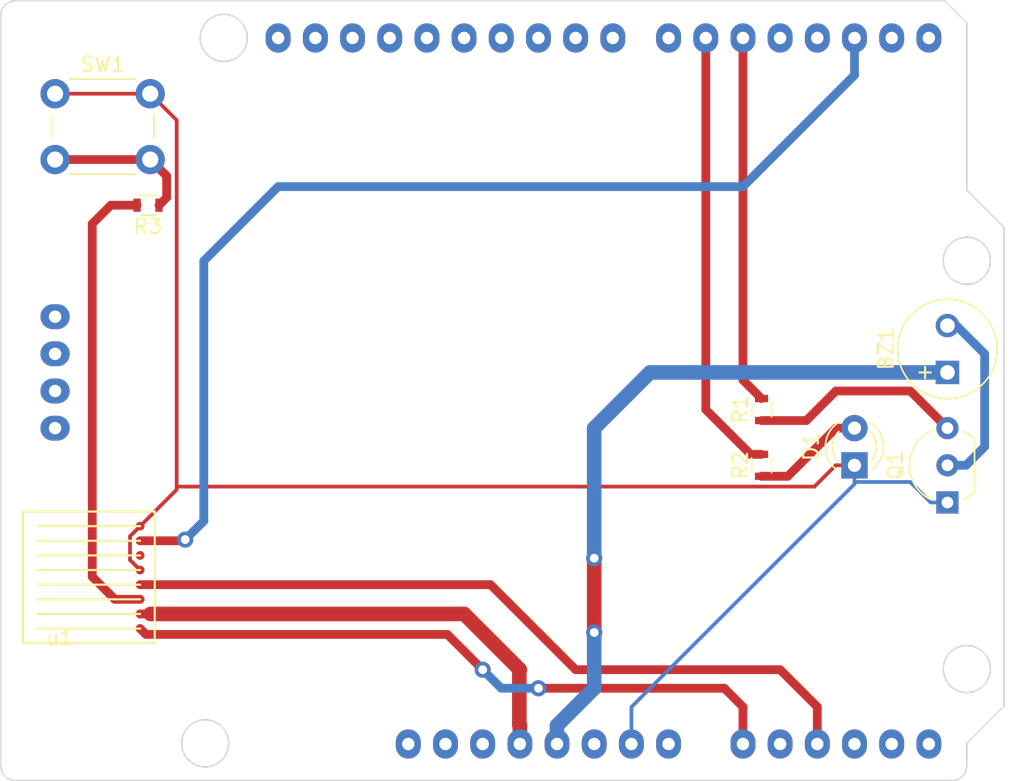
<source format=kicad_pcb>
(kicad_pcb (version 20171130) (host pcbnew "(5.1.12)-1")

  (general
    (thickness 1.6)
    (drawings 0)
    (tracks 88)
    (zones 0)
    (modules 9)
    (nets 43)
  )

  (page A4)
  (layers
    (0 F.Cu signal)
    (31 B.Cu signal)
    (32 B.Adhes user hide)
    (33 F.Adhes user hide)
    (34 B.Paste user)
    (35 F.Paste user)
    (36 B.SilkS user)
    (37 F.SilkS user)
    (38 B.Mask user)
    (39 F.Mask user)
    (40 Dwgs.User user)
    (41 Cmts.User user)
    (42 Eco1.User user)
    (43 Eco2.User user)
    (44 Edge.Cuts user)
    (45 Margin user)
    (46 B.CrtYd user)
    (47 F.CrtYd user)
    (48 B.Fab user)
    (49 F.Fab user)
  )

  (setup
    (last_trace_width 0.254)
    (user_trace_width 0.254)
    (user_trace_width 0.3)
    (user_trace_width 0.4)
    (user_trace_width 0.6)
    (user_trace_width 0.8)
    (user_trace_width 1)
    (trace_clearance 0.254)
    (zone_clearance 0.508)
    (zone_45_only no)
    (trace_min 0.2)
    (via_size 1.1)
    (via_drill 0.6)
    (via_min_size 0.4)
    (via_min_drill 0.3)
    (uvia_size 0.3)
    (uvia_drill 0.1)
    (uvias_allowed no)
    (uvia_min_size 0.2)
    (uvia_min_drill 0.1)
    (edge_width 0.15)
    (segment_width 0.2)
    (pcb_text_width 0.3)
    (pcb_text_size 1.5 1.5)
    (mod_edge_width 0.15)
    (mod_text_size 1 1)
    (mod_text_width 0.15)
    (pad_size 1.524 1.524)
    (pad_drill 0.762)
    (pad_to_mask_clearance 0.2)
    (aux_axis_origin 0 0)
    (visible_elements 7FFFFFFF)
    (pcbplotparams
      (layerselection 0x00030_80000001)
      (usegerberextensions false)
      (usegerberattributes true)
      (usegerberadvancedattributes true)
      (creategerberjobfile true)
      (excludeedgelayer true)
      (linewidth 0.100000)
      (plotframeref false)
      (viasonmask false)
      (mode 1)
      (useauxorigin false)
      (hpglpennumber 1)
      (hpglpenspeed 20)
      (hpglpendiameter 15.000000)
      (psnegative false)
      (psa4output false)
      (plotreference true)
      (plotvalue true)
      (plotinvisibletext false)
      (padsonsilk false)
      (subtractmaskfromsilk false)
      (outputformat 1)
      (mirror false)
      (drillshape 1)
      (scaleselection 1)
      (outputdirectory ""))
  )

  (net 0 "")
  (net 1 loa)
  (net 2 led)
  (net 3 "Net-(D1-Pad2)")
  (net 4 5V)
  (net 5 "Net-(S1-Pad1)")
  (net 6 "Net-(S1-Pad2)")
  (net 7 RST)
  (net 8 3.3V)
  (net 9 GND)
  (net 10 "Net-(S1-Pad8)")
  (net 11 "Net-(S1-Pad10)")
  (net 12 CLK)
  (net 13 "Net-(S1-Pad12)")
  (net 14 "Net-(S1-Pad13)")
  (net 15 SDO)
  (net 16 "Net-(S1-Pad15)")
  (net 17 "Net-(S1-Pad16)")
  (net 18 CMD)
  (net 19 "Net-(S1-Pad18)")
  (net 20 "Net-(S1-Pad22)")
  (net 21 "Net-(S1-Pad23)")
  (net 22 "Net-(S1-Pad24)")
  (net 23 "Net-(S1-Pad25)")
  (net 24 "Net-(S1-Pad26)")
  (net 25 "Net-(S1-Pad27)")
  (net 26 "Net-(S1-Pad28)")
  (net 27 "Net-(S1-Pad29)")
  (net 28 "Net-(S1-Pad30)")
  (net 29 "Net-(S1-Pad31)")
  (net 30 "Net-(S1-Pad32)")
  (net 31 "Net-(S1-Pad33)")
  (net 32 "Net-(S1-Pad34)")
  (net 33 "Net-(S1-Pad35)")
  (net 34 "Net-(S1-Pad36)")
  (net 35 "Net-(u1-Pad6)")
  (net 36 "Net-(S1-Pad3)")
  (net 37 "Net-(BZ1-Pad2)")
  (net 38 "Net-(Q1-Pad3)")
  (net 39 "Net-(R3-Pad1)")
  (net 40 "Net-(S1-Pad6)")
  (net 41 "Net-(S1-Pad19)")
  (net 42 "Net-(S1-Pad14)")

  (net_class Default "This is the default net class."
    (clearance 0.254)
    (trace_width 0.254)
    (via_dia 1.1)
    (via_drill 0.6)
    (uvia_dia 0.3)
    (uvia_drill 0.1)
    (add_net 3.3V)
    (add_net 5V)
    (add_net CLK)
    (add_net CMD)
    (add_net GND)
    (add_net "Net-(BZ1-Pad2)")
    (add_net "Net-(D1-Pad2)")
    (add_net "Net-(Q1-Pad3)")
    (add_net "Net-(R3-Pad1)")
    (add_net "Net-(S1-Pad1)")
    (add_net "Net-(S1-Pad10)")
    (add_net "Net-(S1-Pad12)")
    (add_net "Net-(S1-Pad13)")
    (add_net "Net-(S1-Pad14)")
    (add_net "Net-(S1-Pad15)")
    (add_net "Net-(S1-Pad16)")
    (add_net "Net-(S1-Pad18)")
    (add_net "Net-(S1-Pad19)")
    (add_net "Net-(S1-Pad2)")
    (add_net "Net-(S1-Pad22)")
    (add_net "Net-(S1-Pad23)")
    (add_net "Net-(S1-Pad24)")
    (add_net "Net-(S1-Pad25)")
    (add_net "Net-(S1-Pad26)")
    (add_net "Net-(S1-Pad27)")
    (add_net "Net-(S1-Pad28)")
    (add_net "Net-(S1-Pad29)")
    (add_net "Net-(S1-Pad3)")
    (add_net "Net-(S1-Pad30)")
    (add_net "Net-(S1-Pad31)")
    (add_net "Net-(S1-Pad32)")
    (add_net "Net-(S1-Pad33)")
    (add_net "Net-(S1-Pad34)")
    (add_net "Net-(S1-Pad35)")
    (add_net "Net-(S1-Pad36)")
    (add_net "Net-(S1-Pad6)")
    (add_net "Net-(S1-Pad8)")
    (add_net "Net-(u1-Pad6)")
    (add_net RST)
    (add_net SDO)
    (add_net led)
    (add_net loa)
  )

  (module footprint:ESP-UNO-SH (layer F.Cu) (tedit 5905553C) (tstamp 59550750)
    (at 146.05 109.22)
    (path /59448566)
    (fp_text reference S1 (at 0 0.5) (layer F.SilkS) hide
      (effects (font (size 1 1) (thickness 0.15)))
    )
    (fp_text value ESP-UNO (at 0 -0.5) (layer F.Fab) hide
      (effects (font (size 1 1) (thickness 0.15)))
    )
    (fp_line (start 34.023259 20.516761) (end 34.032546 20.5717) (layer Edge.Cuts) (width 0.1))
    (fp_line (start -16.91058 26.884954) (end -16.857262 26.901128) (layer Edge.Cuts) (width 0.1))
    (fp_line (start 34.814582 21.671952) (end 34.863414 21.698783) (layer Edge.Cuts) (width 0.1))
    (fp_line (start 35.57612 18.668543) (end 35.520448 18.670794) (layer Edge.Cuts) (width 0.1))
    (fp_line (start 34.980753 18.79773) (end 34.929914 18.820529) (layer Edge.Cuts) (width 0.1))
    (fp_line (start 35.067142 21.788737) (end 35.119869 21.806749) (layer Edge.Cuts) (width 0.1))
    (fp_line (start -16.694395 26.938443) (end -16.639354 26.947095) (layer Edge.Cuts) (width 0.1))
    (fp_line (start 34.735355 18.928898) (end 34.689207 18.96012) (layer Edge.Cuts) (width 0.1))
    (fp_line (start -17.856695 26.071209) (end -17.831 26.120648) (layer Edge.Cuts) (width 0.1))
    (fp_line (start -16.78536 23.789033) (end -16.839368 23.802728) (layer Edge.Cuts) (width 0.1))
    (fp_line (start -16.342917 23.748035) (end -16.398611 23.746427) (layer Edge.Cuts) (width 0.1))
    (fp_line (start -16.287312 23.751572) (end -16.342917 23.748035) (layer Edge.Cuts) (width 0.1))
    (fp_line (start 37.159068 -7.189508) (end 37.173595 -7.243725) (layer Edge.Cuts) (width 0.1))
    (fp_line (start 37.1438 19.782817) (end 37.125789 19.730091) (layer Edge.Cuts) (width 0.1))
    (fp_line (start 34.134781 19.643701) (end 34.113757 19.6953) (layer Edge.Cuts) (width 0.1))
    (fp_line (start 36.950349 19.382801) (end 36.918596 19.337016) (layer Edge.Cuts) (width 0.1))
    (fp_line (start -16.639354 26.947095) (end -16.584045 26.953836) (layer Edge.Cuts) (width 0.1))
    (fp_line (start 35.245089 -9.198144) (end 35.19108 -9.18445) (layer Edge.Cuts) (width 0.1))
    (fp_line (start 36.885276 19.292359) (end 36.850429 19.248884) (layer Edge.Cuts) (width 0.1))
    (fp_line (start -17.848321 24.621048) (end -17.872868 24.671068) (layer Edge.Cuts) (width 0.1))
    (fp_line (start 34.719852 21.613297) (end 34.766709 21.643445) (layer Edge.Cuts) (width 0.1))
    (fp_line (start 35.119869 21.806749) (end 35.173187 21.822923) (layer Edge.Cuts) (width 0.1))
    (fp_line (start 36.918596 19.337016) (end 36.885276 19.292359) (layer Edge.Cuts) (width 0.1))
    (fp_line (start 36.850429 19.248884) (end 36.814097 19.206641) (layer Edge.Cuts) (width 0.1))
    (fp_line (start -17.444513 26.591583) (end -17.401037 26.62643) (layer Edge.Cuts) (width 0.1))
    (fp_line (start -15.662228 26.774285) (end -15.613135 26.747072) (layer Edge.Cuts) (width 0.1))
    (fp_line (start -16.565561 23.753179) (end -16.620944 23.75928) (layer Edge.Cuts) (width 0.1))
    (fp_line (start -17.666132 24.341447) (end -17.700475 24.385322) (layer Edge.Cuts) (width 0.1))
    (fp_line (start -17.764499 24.476509) (end -17.794104 24.523711) (layer Edge.Cuts) (width 0.1))
    (fp_line (start 35.687532 18.66983) (end 35.631837 18.668221) (layer Edge.Cuts) (width 0.1))
    (fp_line (start 36.603308 21.543411) (end 36.64693 21.508087) (layer Edge.Cuts) (width 0.1))
    (fp_line (start -17.341242 24.038325) (end -17.38628 24.071127) (layer Edge.Cuts) (width 0.1))
    (fp_line (start 34.913147 21.723906) (end 34.963719 21.747291) (layer Edge.Cuts) (width 0.1))
    (fp_line (start 34.400158 19.220582) (end 34.364316 19.263241) (layer Edge.Cuts) (width 0.1))
    (fp_line (start 34.629411 21.548224) (end 34.674068 21.581544) (layer Edge.Cuts) (width 0.1))
    (fp_line (start -15.383519 26.586293) (end -15.341157 26.549468) (layer Edge.Cuts) (width 0.1))
    (fp_line (start 34.618782 27.893521) (end -29.387768 27.893521) (layer Edge.Cuts) (width 0.1))
    (fp_line (start -29.387768 27.893521) (end -29.641678 27.851202) (layer Edge.Cuts) (width 0.1))
    (fp_line (start -29.641678 27.851202) (end -29.874429 27.766566) (layer Edge.Cuts) (width 0.1))
    (fp_line (start -29.874429 27.766566) (end -30.086021 27.597292) (layer Edge.Cuts) (width 0.1))
    (fp_line (start -30.086021 27.597292) (end -30.255295 27.3857) (layer Edge.Cuts) (width 0.1))
    (fp_line (start -30.255295 27.3857) (end -30.339932 27.152949) (layer Edge.Cuts) (width 0.1))
    (fp_line (start -30.339932 27.152949) (end -30.38225 26.899039) (layer Edge.Cuts) (width 0.1))
    (fp_line (start -30.38225 26.899039) (end -30.38225 -24.390838) (layer Edge.Cuts) (width 0.1))
    (fp_line (start -16.857262 26.901128) (end -16.803415 26.915445) (layer Edge.Cuts) (width 0.1))
    (fp_line (start 34.297172 -8.556817) (end 34.265949 -8.510669) (layer Edge.Cuts) (width 0.1))
    (fp_line (start -14.157589 -21.600178) (end -14.113967 -21.635502) (layer Edge.Cuts) (width 0.1))
    (fp_line (start -13.654935 -23.465569) (end -13.676554 -23.516921) (layer Edge.Cuts) (width 0.1))
    (fp_line (start 37.060958 19.576095) (end 37.035834 19.526363) (layer Edge.Cuts) (width 0.1))
    (fp_line (start 34.173753 -6.915968) (end 34.199449 -6.86653) (layer Edge.Cuts) (width 0.1))
    (fp_line (start -18.025176 25.372991) (end -18.023567 25.428685) (layer Edge.Cuts) (width 0.1))
    (fp_line (start 36.071176 18.734688) (end 36.017498 18.71975) (layer Edge.Cuts) (width 0.1))
    (fp_line (start -16.704096 -22.463143) (end -16.689158 -22.409465) (layer Edge.Cuts) (width 0.1))
    (fp_line (start 34.424865 -6.549391) (end 34.463109 -6.508871) (layer Edge.Cuts) (width 0.1))
    (fp_line (start -15.375636 24.129201) (end -15.418706 24.093854) (layer Edge.Cuts) (width 0.1))
    (fp_line (start 34.107147 -7.069205) (end 34.127575 -7.017367) (layer Edge.Cuts) (width 0.1))
    (fp_line (start 34.010418 20.406085) (end 34.01588 20.461534) (layer Edge.Cuts) (width 0.1))
    (fp_line (start 34.094532 -8.161376) (end 34.077131 -8.108445) (layer Edge.Cuts) (width 0.1))
    (fp_line (start -17.100535 23.898735) (end -17.150554 23.923282) (layer Edge.Cuts) (width 0.1))
    (fp_line (start -15.565022 26.718163) (end -15.517947 26.687592) (layer Edge.Cuts) (width 0.1))
    (fp_line (start 36.814097 19.206641) (end 36.776323 19.165683) (layer Edge.Cuts) (width 0.1))
    (fp_line (start 34.644168 18.992922) (end 34.600293 19.027264) (layer Edge.Cuts) (width 0.1))
    (fp_line (start -16.728351 -22.571889) (end -16.717165 -22.517306) (layer Edge.Cuts) (width 0.1))
    (fp_line (start -16.620944 23.75928) (end -16.676082 23.767297) (layer Edge.Cuts) (width 0.1))
    (fp_line (start -16.578769 -23.600746) (end -16.603316 -23.550727) (layer Edge.Cuts) (width 0.1))
    (fp_line (start 35.137579 -9.168893) (end 35.084648 -9.151491) (layer Edge.Cuts) (width 0.1))
    (fp_line (start 34.719852 -6.295674) (end 34.766709 -6.265527) (layer Edge.Cuts) (width 0.1))
    (fp_line (start 35.631837 18.668221) (end 35.57612 18.668543) (layer Edge.Cuts) (width 0.1))
    (fp_line (start 35.19108 -9.18445) (end 35.137579 -9.168893) (layer Edge.Cuts) (width 0.1))
    (fp_line (start 35.853813 -9.222765) (end 35.798586 -9.230144) (layer Edge.Cuts) (width 0.1))
    (fp_line (start -14.962311 -24.464761) (end -15.01776 -24.470222) (layer Edge.Cuts) (width 0.1))
    (fp_line (start -17.94192 25.865458) (end -17.923301 25.917972) (layer Edge.Cuts) (width 0.1))
    (fp_line (start -16.47431 -21.958581) (end -16.442031 -21.913167) (layer Edge.Cuts) (width 0.1))
    (fp_line (start 34.018127 20.072453) (end 34.012025 20.127836) (layer Edge.Cuts) (width 0.1))
    (fp_line (start 34.437457 19.17919) (end 34.400158 19.220582) (layer Edge.Cuts) (width 0.1))
    (fp_line (start 34.012025 20.127836) (end 34.007846 20.183396) (layer Edge.Cuts) (width 0.1))
    (fp_line (start 34.006881 20.35048) (end 34.010418 20.406085) (layer Edge.Cuts) (width 0.1))
    (fp_line (start 34.018127 -7.836519) (end 34.012025 -7.781136) (layer Edge.Cuts) (width 0.1))
    (fp_line (start 34.2559 -6.77047) (end 34.286587 -6.723965) (layer Edge.Cuts) (width 0.1))
    (fp_line (start -14.852146 -24.448094) (end -14.907084 -24.457382) (layer Edge.Cuts) (width 0.1))
    (fp_line (start 34.036065 19.962488) (end 34.026143 20.017315) (layer Edge.Cuts) (width 0.1))
    (fp_line (start -17.872868 24.671068) (end -17.895667 24.721907) (layer Edge.Cuts) (width 0.1))
    (fp_line (start 34.516242 -8.808567) (end 34.476167 -8.769857) (layer Edge.Cuts) (width 0.1))
    (fp_line (start -15.712241 26.799767) (end -15.662228 26.774285) (layer Edge.Cuts) (width 0.1))
    (fp_line (start -15.763112 26.823489) (end -15.712241 26.799767) (layer Edge.Cuts) (width 0.1))
    (fp_line (start -15.81478 26.845421) (end -15.763112 26.823489) (layer Edge.Cuts) (width 0.1))
    (fp_line (start -15.867182 26.865536) (end -15.81478 26.845421) (layer Edge.Cuts) (width 0.1))
    (fp_line (start -15.920255 26.88381) (end -15.867182 26.865536) (layer Edge.Cuts) (width 0.1))
    (fp_line (start -15.973932 26.900221) (end -15.920255 26.88381) (layer Edge.Cuts) (width 0.1))
    (fp_line (start -16.02815 26.914749) (end -15.973932 26.900221) (layer Edge.Cuts) (width 0.1))
    (fp_line (start -16.082842 26.927376) (end -16.02815 26.914749) (layer Edge.Cuts) (width 0.1))
    (fp_line (start -16.137941 26.938086) (end -16.082842 26.927376) (layer Edge.Cuts) (width 0.1))
    (fp_line (start -16.19338 26.946866) (end -16.137941 26.938086) (layer Edge.Cuts) (width 0.1))
    (fp_line (start -16.249092 26.953707) (end -16.19338 26.946866) (layer Edge.Cuts) (width 0.1))
    (fp_line (start -16.305009 26.958599) (end -16.249092 26.953707) (layer Edge.Cuts) (width 0.1))
    (fp_line (start -16.361063 26.961537) (end -16.305009 26.958599) (layer Edge.Cuts) (width 0.1))
    (fp_line (start -16.417184 26.962516) (end -16.361063 26.961537) (layer Edge.Cuts) (width 0.1))
    (fp_line (start -15.517947 26.687592) (end -15.471968 26.655397) (layer Edge.Cuts) (width 0.1))
    (fp_line (start 34.766709 21.643445) (end 34.814582 21.671952) (layer Edge.Cuts) (width 0.1))
    (fp_line (start 34.127575 20.891605) (end 34.149785 20.942704) (layer Edge.Cuts) (width 0.1))
    (fp_line (start -17.592992 24.257395) (end -17.63029 24.298787) (layer Edge.Cuts) (width 0.1))
    (fp_line (start -17.486756 26.55525) (end -17.444513 26.591583) (layer Edge.Cuts) (width 0.1))
    (fp_line (start -14.833517 25.633661) (end -14.824736 25.578222) (layer Edge.Cuts) (width 0.1))
    (fp_line (start 34.089802 -25.406479) (end 35.613264 -23.883018) (layer Edge.Cuts) (width 0.1))
    (fp_line (start 35.613264 -23.883018) (end 35.613264 -12.457055) (layer Edge.Cuts) (width 0.1))
    (fp_line (start 35.613264 -12.457055) (end 38.152367 -9.917952) (layer Edge.Cuts) (width 0.1))
    (fp_line (start 38.152367 -9.917952) (end 38.152367 22.815315) (layer Edge.Cuts) (width 0.1))
    (fp_line (start 34.226842 21.090961) (end 34.2559 21.138502) (layer Edge.Cuts) (width 0.1))
    (fp_line (start -15.341157 26.549468) (end -15.300105 26.511187) (layer Edge.Cuts) (width 0.1))
    (fp_line (start 38.152367 22.815315) (end 35.613264 25.354418) (layer Edge.Cuts) (width 0.1))
    (fp_line (start 35.613264 25.354418) (end 35.613264 26.899039) (layer Edge.Cuts) (width 0.1))
    (fp_line (start 35.613264 26.899039) (end 35.570946 27.152949) (layer Edge.Cuts) (width 0.1))
    (fp_line (start 35.570946 27.152949) (end 35.486309 27.3857) (layer Edge.Cuts) (width 0.1))
    (fp_line (start 35.486309 27.3857) (end 35.317035 27.597292) (layer Edge.Cuts) (width 0.1))
    (fp_line (start 35.317035 27.597292) (end 35.105444 27.766566) (layer Edge.Cuts) (width 0.1))
    (fp_line (start 35.105444 27.766566) (end 34.872692 27.851202) (layer Edge.Cuts) (width 0.1))
    (fp_line (start 34.872692 27.851202) (end 34.618782 27.893521) (layer Edge.Cuts) (width 0.1))
    (fp_line (start -16.730909 23.777218) (end -16.78536 23.789033) (layer Edge.Cuts) (width 0.1))
    (fp_line (start -14.997318 26.109374) (end -14.971835 26.059362) (layer Edge.Cuts) (width 0.1))
    (fp_line (start 36.776323 19.165683) (end 36.737152 19.126058) (layer Edge.Cuts) (width 0.1))
    (fp_line (start 36.737152 19.126058) (end 36.696633 19.087813) (layer Edge.Cuts) (width 0.1))
    (fp_line (start -15.293296 24.204263) (end -15.333816 24.166019) (layer Edge.Cuts) (width 0.1))
    (fp_line (start 36.696633 19.087813) (end 36.654813 19.050995) (layer Edge.Cuts) (width 0.1))
    (fp_line (start 35.119869 -6.102223) (end 35.173187 -6.086049) (layer Edge.Cuts) (width 0.1))
    (fp_line (start 34.863414 -6.210189) (end 34.913147 -6.185066) (layer Edge.Cuts) (width 0.1))
    (fp_line (start -17.895667 24.721907) (end -17.916692 24.773506) (layer Edge.Cuts) (width 0.1))
    (fp_line (start 36.611743 19.015648) (end 36.567474 18.981815) (layer Edge.Cuts) (width 0.1))
    (fp_line (start -17.117302 26.802111) (end -17.066729 26.825497) (layer Edge.Cuts) (width 0.1))
    (fp_line (start -18.012322 25.150659) (end -18.018423 25.206041) (layer Edge.Cuts) (width 0.1))
    (fp_line (start 37.174292 19.889982) (end 37.159974 19.836135) (layer Edge.Cuts) (width 0.1))
    (fp_line (start 35.520448 -9.238177) (end 35.464887 -9.233998) (layer Edge.Cuts) (width 0.1))
    (fp_line (start 36.654813 19.050995) (end 36.611743 19.015648) (layer Edge.Cuts) (width 0.1))
    (fp_line (start -15.602436 23.967996) (end -15.650955 23.940603) (layer Edge.Cuts) (width 0.1))
    (fp_line (start -14.392677 -21.44751) (end -14.343584 -21.474722) (layer Edge.Cuts) (width 0.1))
    (fp_line (start 34.2559 21.138502) (end 34.286587 21.185007) (layer Edge.Cuts) (width 0.1))
    (fp_line (start 34.056801 -7.228526) (end 34.071739 -7.174848) (layer Edge.Cuts) (width 0.1))
    (fp_line (start 35.501912 21.880451) (end 35.557555 21.883345) (layer Edge.Cuts) (width 0.1))
    (fp_line (start 34.043732 -7.282689) (end 34.056801 -7.228526) (layer Edge.Cuts) (width 0.1))
    (fp_line (start -17.953318 24.878732) (end -17.968875 24.932234) (layer Edge.Cuts) (width 0.1))
    (fp_line (start -14.926182 25.956822) (end -14.906066 25.90442) (layer Edge.Cuts) (width 0.1))
    (fp_line (start -15.08401 26.253655) (end -15.05344 26.20658) (layer Edge.Cuts) (width 0.1))
    (fp_line (start -17.401037 26.62643) (end -17.356381 26.65975) (layer Edge.Cuts) (width 0.1))
    (fp_line (start -17.430156 24.10547) (end -17.472815 24.141312) (layer Edge.Cuts) (width 0.1))
    (fp_line (start -15.05344 26.20658) (end -15.02453 26.158467) (layer Edge.Cuts) (width 0.1))
    (fp_line (start 34.543693 21.477045) (end 34.585935 21.513377) (layer Edge.Cuts) (width 0.1))
    (fp_line (start 34.113757 19.6953) (end 34.094532 19.747596) (layer Edge.Cuts) (width 0.1))
    (fp_line (start 34.476167 19.139115) (end 34.437457 19.17919) (layer Edge.Cuts) (width 0.1))
    (fp_line (start 35.57612 -9.240429) (end 35.520448 -9.238177) (layer Edge.Cuts) (width 0.1))
    (fp_line (start 37.217445 20.388388) (end 37.220383 20.332334) (layer Edge.Cuts) (width 0.1))
    (fp_line (start 34.766709 -6.265527) (end 34.814582 -6.23702) (layer Edge.Cuts) (width 0.1))
    (fp_line (start 36.977009 21.128375) (end 37.005918 21.080262) (layer Edge.Cuts) (width 0.1))
    (fp_line (start -17.356381 26.65975) (end -17.310596 26.691503) (layer Edge.Cuts) (width 0.1))
    (fp_line (start 34.286587 21.185007) (end 34.318866 21.230422) (layer Edge.Cuts) (width 0.1))
    (fp_line (start -16.528536 26.958657) (end -16.472894 26.961551) (layer Edge.Cuts) (width 0.1))
    (fp_line (start 34.265949 19.398303) (end 34.236345 19.445505) (layer Edge.Cuts) (width 0.1))
    (fp_line (start 36.845139 21.309878) (end 36.880463 21.266257) (layer Edge.Cuts) (width 0.1))
    (fp_line (start 36.914243 -6.687543) (end 36.946438 -6.733522) (layer Edge.Cuts) (width 0.1))
    (fp_line (start 34.879895 18.845076) (end 34.830756 18.871341) (layer Edge.Cuts) (width 0.1))
    (fp_line (start 35.557555 21.883345) (end 35.613264 21.884311) (layer Edge.Cuts) (width 0.1))
    (fp_line (start 35.245089 18.710828) (end 35.19108 18.724522) (layer Edge.Cuts) (width 0.1))
    (fp_line (start 34.04788 -8.000935) (end 34.036065 -7.946484) (layer Edge.Cuts) (width 0.1))
    (fp_line (start -14.887792 25.851348) (end -14.871381 25.79767) (layer Edge.Cuts) (width 0.1))
    (fp_line (start -16.472894 26.961551) (end -16.417184 26.962516) (layer Edge.Cuts) (width 0.1))
    (fp_line (start -15.745825 -21.374679) (end -15.693755 -21.354851) (layer Edge.Cuts) (width 0.1))
    (fp_line (start 35.032352 18.776705) (end 34.980753 18.79773) (layer Edge.Cuts) (width 0.1))
    (fp_line (start 34.963719 -6.161681) (end 35.015072 -6.140062) (layer Edge.Cuts) (width 0.1))
    (fp_line (start 37.186735 19.944293) (end 37.174292 19.889982) (layer Edge.Cuts) (width 0.1))
    (fp_line (start 34.502735 -6.469701) (end 34.543693 -6.431927) (layer Edge.Cuts) (width 0.1))
    (fp_line (start -13.555185 -22.643572) (end -13.548344 -22.699284) (layer Edge.Cuts) (width 0.1))
    (fp_line (start 36.770033 21.393291) (end 36.808314 21.35224) (layer Edge.Cuts) (width 0.1))
    (fp_line (start -14.813291 -21.294419) (end -14.758599 -21.307045) (layer Edge.Cuts) (width 0.1))
    (fp_line (start 36.567474 18.981815) (end 36.522059 18.949535) (layer Edge.Cuts) (width 0.1))
    (fp_line (start -13.586606 -23.253607) (end -13.600923 -23.307454) (layer Edge.Cuts) (width 0.1))
    (fp_line (start 34.674068 21.581544) (end 34.719852 21.613297) (layer Edge.Cuts) (width 0.1))
    (fp_line (start 35.336053 -6.048735) (end 35.391095 -6.040082) (layer Edge.Cuts) (width 0.1))
    (fp_line (start 37.196932 20.555456) (end 37.205713 20.500016) (layer Edge.Cuts) (width 0.1))
    (fp_line (start 34.286587 -6.723965) (end 34.318866 -6.67855) (layer Edge.Cuts) (width 0.1))
    (fp_line (start 34.127575 -7.017367) (end 34.149785 -6.966268) (layer Edge.Cuts) (width 0.1))
    (fp_line (start -17.049696 23.875935) (end -17.100535 23.898735) (layer Edge.Cuts) (width 0.1))
    (fp_line (start 35.501912 -6.028521) (end 35.557555 -6.025626) (layer Edge.Cuts) (width 0.1))
    (fp_line (start -17.295094 24.007103) (end -17.341242 24.038325) (layer Edge.Cuts) (width 0.1))
    (fp_line (start -14.971835 26.059362) (end -14.948113 26.00849) (layer Edge.Cuts) (width 0.1))
    (fp_line (start -16.012951 23.797955) (end -16.067114 23.784886) (layer Edge.Cuts) (width 0.1))
    (fp_line (start 34.036065 -7.946484) (end 34.026143 -7.891657) (layer Edge.Cuts) (width 0.1))
    (fp_line (start 35.464887 18.674973) (end 35.409505 18.681075) (layer Edge.Cuts) (width 0.1))
    (fp_line (start 35.409505 -9.227897) (end 35.354367 -9.219881) (layer Edge.Cuts) (width 0.1))
    (fp_line (start -15.369802 -21.274699) (end -15.314494 -21.267958) (layer Edge.Cuts) (width 0.1))
    (fp_line (start -16.174962 -21.630212) (end -16.131486 -21.595365) (layer Edge.Cuts) (width 0.1))
    (fp_line (start -16.65375 -22.303822) (end -16.633323 -22.251984) (layer Edge.Cuts) (width 0.1))
    (fp_line (start -15.533863 -21.306349) (end -15.479553 -21.293906) (layer Edge.Cuts) (width 0.1))
    (fp_line (start 34.012025 -7.781136) (end 34.007846 -7.725575) (layer Edge.Cuts) (width 0.1))
    (fp_line (start 37.033131 -6.877803) (end 37.058613 -6.927816) (layer Edge.Cuts) (width 0.1))
    (fp_line (start 35.557555 -6.025626) (end 35.613264 -6.024661) (layer Edge.Cuts) (width 0.1))
    (fp_line (start -16.998097 23.854911) (end -17.049696 23.875935) (layer Edge.Cuts) (width 0.1))
    (fp_line (start -14.295471 -21.503632) (end -14.248396 -21.534202) (layer Edge.Cuts) (width 0.1))
    (fp_line (start -16.839368 23.802728) (end -16.89287 23.818285) (layer Edge.Cuts) (width 0.1))
    (fp_line (start -17.733277 24.430361) (end -17.764499 24.476509) (layer Edge.Cuts) (width 0.1))
    (fp_line (start 37.005918 21.080262) (end 37.033131 21.031169) (layer Edge.Cuts) (width 0.1))
    (fp_line (start -17.38628 24.071127) (end -17.430156 24.10547) (layer Edge.Cuts) (width 0.1))
    (fp_line (start -17.923301 25.917972) (end -17.902874 25.969811) (layer Edge.Cuts) (width 0.1))
    (fp_line (start 37.058613 20.981156) (end 37.082335 20.930285) (layer Edge.Cuts) (width 0.1))
    (fp_line (start 34.629411 -6.360748) (end 34.674068 -6.327428) (layer Edge.Cuts) (width 0.1))
    (fp_line (start -17.831 26.120648) (end -17.803606 26.169167) (layer Edge.Cuts) (width 0.1))
    (fp_line (start -17.150554 23.923282) (end -17.199693 23.949547) (layer Edge.Cuts) (width 0.1))
    (fp_line (start 34.005594 20.239069) (end 34.005273 20.294785) (layer Edge.Cuts) (width 0.1))
    (fp_line (start -14.071605 -21.672326) (end -14.030554 -21.710607) (layer Edge.Cuts) (width 0.1))
    (fp_line (start -15.333816 24.166019) (end -15.375636 24.129201) (layer Edge.Cuts) (width 0.1))
    (fp_line (start -13.563608 -23.144587) (end -13.574162 -23.199296) (layer Edge.Cuts) (width 0.1))
    (fp_line (start 37.173595 20.665247) (end 37.186222 20.610555) (layer Edge.Cuts) (width 0.1))
    (fp_line (start 34.735355 -8.980074) (end 34.689207 -8.948852) (layer Edge.Cuts) (width 0.1))
    (fp_line (start 34.689207 -8.948852) (end 34.644168 -8.91605) (layer Edge.Cuts) (width 0.1))
    (fp_line (start 34.182128 -8.366129) (end 34.157581 -8.31611) (layer Edge.Cuts) (width 0.1))
    (fp_line (start 34.516242 19.100405) (end 34.476167 19.139115) (layer Edge.Cuts) (width 0.1))
    (fp_line (start 36.980497 19.429657) (end 36.950349 19.382801) (layer Edge.Cuts) (width 0.1))
    (fp_line (start -13.990864 -21.750297) (end -13.952583 -21.791349) (layer Edge.Cuts) (width 0.1))
    (fp_line (start -17.982569 24.986243) (end -17.994384 25.040693) (layer Edge.Cuts) (width 0.1))
    (fp_line (start 34.424865 21.359581) (end 34.463109 21.400101) (layer Edge.Cuts) (width 0.1))
    (fp_line (start -17.711582 26.308627) (end -17.677748 26.352897) (layer Edge.Cuts) (width 0.1))
    (fp_line (start 37.104267 -7.030355) (end 37.124382 -7.082757) (layer Edge.Cuts) (width 0.1))
    (fp_line (start -13.635108 -23.413498) (end -13.654935 -23.465569) (layer Edge.Cuts) (width 0.1))
    (fp_line (start -13.952583 -21.791349) (end -13.915758 -21.833711) (layer Edge.Cuts) (width 0.1))
    (fp_line (start 37.217503 20.16486) (end 37.212682 20.109352) (layer Edge.Cuts) (width 0.1))
    (fp_line (start 34.071739 -7.174848) (end 34.088528 -7.12172) (layer Edge.Cuts) (width 0.1))
    (fp_line (start 37.142657 -7.13583) (end 37.159068 -7.189508) (layer Edge.Cuts) (width 0.1))
    (fp_line (start -17.015377 26.847116) (end -16.963306 26.866943) (layer Edge.Cuts) (width 0.1))
    (fp_line (start -14.844227 25.68876) (end -14.833517 25.633661) (layer Edge.Cuts) (width 0.1))
    (fp_line (start 34.318866 21.230422) (end 34.3527 21.274691) (layer Edge.Cuts) (width 0.1))
    (fp_line (start -15.797178 -21.396298) (end -15.745825 -21.374679) (layer Edge.Cuts) (width 0.1))
    (fp_line (start 35.908751 18.695495) (end 35.853813 18.686207) (layer Edge.Cuts) (width 0.1))
    (fp_line (start 37.205713 20.500016) (end 37.212553 20.444304) (layer Edge.Cuts) (width 0.1))
    (fp_line (start -16.611112 -22.200884) (end -16.587144 -22.150585) (layer Edge.Cuts) (width 0.1))
    (fp_line (start -13.814459 -21.968139) (end -13.783888 -22.015214) (layer Edge.Cuts) (width 0.1))
    (fp_line (start -15.314494 -21.267958) (end -15.258985 -21.263138) (layer Edge.Cuts) (width 0.1))
    (fp_line (start -15.424844 -21.283352) (end -15.369802 -21.274699) (layer Edge.Cuts) (width 0.1))
    (fp_line (start -15.479553 -21.293906) (end -15.424844 -21.283352) (layer Edge.Cuts) (width 0.1))
    (fp_line (start -13.810548 -23.760788) (end -13.842301 -23.806573) (layer Edge.Cuts) (width 0.1))
    (fp_line (start -15.930141 -24.272247) (end -15.97834 -24.244296) (layer Edge.Cuts) (width 0.1))
    (fp_line (start -14.023745 -24.017531) (end -14.064264 -24.055776) (layer Edge.Cuts) (width 0.1))
    (fp_line (start -15.97834 -24.244296) (end -16.025542 -24.214691) (layer Edge.Cuts) (width 0.1))
    (fp_line (start -13.548344 -22.699284) (end -13.543452 -22.755201) (layer Edge.Cuts) (width 0.1))
    (fp_line (start -14.064264 -24.055776) (end -14.106084 -24.092593) (layer Edge.Cuts) (width 0.1))
    (fp_line (start -16.37285 -21.825827) (end -16.336032 -21.784007) (layer Edge.Cuts) (width 0.1))
    (fp_line (start -14.248396 -21.534202) (end -14.202417 -21.566397) (layer Edge.Cuts) (width 0.1))
    (fp_line (start 36.368221 -6.212893) (end 36.417313 -6.240105) (layer Edge.Cuts) (width 0.1))
    (fp_line (start 36.318208 -6.18741) (end 36.368221 -6.212893) (layer Edge.Cuts) (width 0.1))
    (fp_line (start 36.267337 -6.163688) (end 36.318208 -6.18741) (layer Edge.Cuts) (width 0.1))
    (fp_line (start 36.215668 -6.141757) (end 36.267337 -6.163688) (layer Edge.Cuts) (width 0.1))
    (fp_line (start 36.163266 -6.121641) (end 36.215668 -6.141757) (layer Edge.Cuts) (width 0.1))
    (fp_line (start 36.110194 -6.103367) (end 36.163266 -6.121641) (layer Edge.Cuts) (width 0.1))
    (fp_line (start 36.056516 -6.086956) (end 36.110194 -6.103367) (layer Edge.Cuts) (width 0.1))
    (fp_line (start 36.002298 -6.072428) (end 36.056516 -6.086956) (layer Edge.Cuts) (width 0.1))
    (fp_line (start 35.947607 -6.059802) (end 36.002298 -6.072428) (layer Edge.Cuts) (width 0.1))
    (fp_line (start 35.892507 -6.049092) (end 35.947607 -6.059802) (layer Edge.Cuts) (width 0.1))
    (fp_line (start 35.837068 -6.040311) (end 35.892507 -6.049092) (layer Edge.Cuts) (width 0.1))
    (fp_line (start 35.781356 -6.03347) (end 35.837068 -6.040311) (layer Edge.Cuts) (width 0.1))
    (fp_line (start 35.725439 -6.028578) (end 35.781356 -6.03347) (layer Edge.Cuts) (width 0.1))
    (fp_line (start 35.669386 -6.025641) (end 35.725439 -6.028578) (layer Edge.Cuts) (width 0.1))
    (fp_line (start 35.613264 -6.024661) (end 35.669386 -6.025641) (layer Edge.Cuts) (width 0.1))
    (fp_line (start -16.025542 -24.214691) (end -16.07169 -24.183469) (layer Edge.Cuts) (width 0.1))
    (fp_line (start -14.106084 -24.092593) (end -14.149154 -24.12794) (layer Edge.Cuts) (width 0.1))
    (fp_line (start -14.238838 -24.194054) (end -14.285344 -24.224741) (layer Edge.Cuts) (width 0.1))
    (fp_line (start -16.07169 -24.183469) (end -16.116729 -24.150667) (layer Edge.Cuts) (width 0.1))
    (fp_line (start -16.160604 -24.116324) (end -16.203264 -24.080482) (layer Edge.Cuts) (width 0.1))
    (fp_line (start -13.69994 -23.567494) (end -13.725063 -23.617226) (layer Edge.Cuts) (width 0.1))
    (fp_line (start -14.149154 -24.12794) (end -14.193424 -24.161774) (layer Edge.Cuts) (width 0.1))
    (fp_line (start -16.116729 -24.150667) (end -16.160604 -24.116324) (layer Edge.Cuts) (width 0.1))
    (fp_line (start 34.913147 -6.185066) (end 34.963719 -6.161681) (layer Edge.Cuts) (width 0.1))
    (fp_line (start 35.29954 -9.209959) (end 35.245089 -9.198144) (layer Edge.Cuts) (width 0.1))
    (fp_line (start -17.472815 24.141312) (end -17.514207 24.178611) (layer Edge.Cuts) (width 0.1))
    (fp_line (start -15.471968 26.655397) (end -15.42714 26.621617) (layer Edge.Cuts) (width 0.1))
    (fp_line (start -14.193424 -24.161774) (end -14.238838 -24.194054) (layer Edge.Cuts) (width 0.1))
    (fp_line (start -16.89287 23.818285) (end -16.945801 23.835686) (layer Edge.Cuts) (width 0.1))
    (fp_line (start 35.743137 -9.235605) (end 35.687532 -9.239142) (layer Edge.Cuts) (width 0.1))
    (fp_line (start 35.409505 18.681075) (end 35.354367 18.689091) (layer Edge.Cuts) (width 0.1))
    (fp_line (start 34.830756 -9.037631) (end 34.782557 -9.009679) (layer Edge.Cuts) (width 0.1))
    (fp_line (start 34.782557 -9.009679) (end 34.735355 -8.980074) (layer Edge.Cuts) (width 0.1))
    (fp_line (start 34.879895 -9.063896) (end 34.830756 -9.037631) (layer Edge.Cuts) (width 0.1))
    (fp_line (start 34.929914 -9.088443) (end 34.879895 -9.063896) (layer Edge.Cuts) (width 0.1))
    (fp_line (start 34.980753 -9.111242) (end 34.929914 -9.088443) (layer Edge.Cuts) (width 0.1))
    (fp_line (start 35.032352 -9.132267) (end 34.980753 -9.111242) (layer Edge.Cuts) (width 0.1))
    (fp_line (start 35.084648 -9.151491) (end 35.032352 -9.132267) (layer Edge.Cuts) (width 0.1))
    (fp_line (start 34.088528 -7.12172) (end 34.107147 -7.069205) (layer Edge.Cuts) (width 0.1))
    (fp_line (start -16.203264 -24.080482) (end -16.244656 -24.043184) (layer Edge.Cuts) (width 0.1))
    (fp_line (start -16.552504 -23.649884) (end -16.578769 -23.600746) (layer Edge.Cuts) (width 0.1))
    (fp_line (start -17.263739 26.721651) (end -17.215866 26.750157) (layer Edge.Cuts) (width 0.1))
    (fp_line (start -14.597631 -21.356258) (end -14.545229 -21.376374) (layer Edge.Cuts) (width 0.1))
    (fp_line (start 34.077131 -8.108445) (end 34.061574 -8.054943) (layer Edge.Cuts) (width 0.1))
    (fp_line (start -17.310596 26.691503) (end -17.263739 26.721651) (layer Edge.Cuts) (width 0.1))
    (fp_line (start 34.094532 19.747596) (end 34.077131 19.800527) (layer Edge.Cuts) (width 0.1))
    (fp_line (start -18.004306 25.095521) (end -18.012322 25.150659) (layer Edge.Cuts) (width 0.1))
    (fp_line (start -15.801792 23.868728) (end -15.85363 23.848301) (layer Edge.Cuts) (width 0.1))
    (fp_line (start 36.428013 18.88979) (end 36.379494 18.862397) (layer Edge.Cuts) (width 0.1))
    (fp_line (start -13.751894 -23.666058) (end -13.7804 -23.713931) (layer Edge.Cuts) (width 0.1))
    (fp_line (start -18.024854 25.317274) (end -18.025176 25.372991) (layer Edge.Cuts) (width 0.1))
    (fp_line (start -15.641029 -21.33684) (end -15.58771 -21.320666) (layer Edge.Cuts) (width 0.1))
    (fp_line (start 37.173595 -7.243725) (end 37.186222 -7.298417) (layer Edge.Cuts) (width 0.1))
    (fp_line (start -14.758599 -21.307045) (end -14.704381 -21.321573) (layer Edge.Cuts) (width 0.1))
    (fp_line (start 34.149785 20.942704) (end 34.173753 20.993003) (layer Edge.Cuts) (width 0.1))
    (fp_line (start -14.86839 -21.283709) (end -14.813291 -21.294419) (layer Edge.Cuts) (width 0.1))
    (fp_line (start 37.035834 19.526363) (end 37.009003 19.477531) (layer Edge.Cuts) (width 0.1))
    (fp_line (start -13.678562 -22.213304) (end -13.65663 -22.264972) (layer Edge.Cuts) (width 0.1))
    (fp_line (start -13.727766 -22.11242) (end -13.702284 -22.162432) (layer Edge.Cuts) (width 0.1))
    (fp_line (start 34.077131 19.800527) (end 34.061574 19.854029) (layer Edge.Cuts) (width 0.1))
    (fp_line (start 36.845139 -6.599094) (end 36.880463 -6.642715) (layer Edge.Cuts) (width 0.1))
    (fp_line (start -15.260415 26.471497) (end -15.222134 26.430446) (layer Edge.Cuts) (width 0.1))
    (fp_line (start 34.026143 -7.891657) (end 34.018127 -7.836519) (layer Edge.Cuts) (width 0.1))
    (fp_line (start 37.124382 20.826214) (end 37.142657 20.773142) (layer Edge.Cuts) (width 0.1))
    (fp_line (start -15.728545 -24.366884) (end -15.780144 -24.345859) (layer Edge.Cuts) (width 0.1))
    (fp_line (start -15.906145 23.829682) (end -15.959273 23.812893) (layer Edge.Cuts) (width 0.1))
    (fp_line (start -16.231862 23.757034) (end -16.287312 23.751572) (layer Edge.Cuts) (width 0.1))
    (fp_line (start -15.508389 24.027741) (end -15.554895 23.997054) (layer Edge.Cuts) (width 0.1))
    (fp_line (start 35.391095 -6.040082) (end 35.446404 -6.033341) (layer Edge.Cuts) (width 0.1))
    (fp_line (start -17.199693 23.949547) (end -17.247892 23.977499) (layer Edge.Cuts) (width 0.1))
    (fp_line (start 34.005594 -7.669903) (end 34.005273 -7.614187) (layer Edge.Cuts) (width 0.1))
    (fp_line (start 34.463109 -6.508871) (end 34.502735 -6.469701) (layer Edge.Cuts) (width 0.1))
    (fp_line (start -14.650703 -21.337984) (end -14.597631 -21.356258) (layer Edge.Cuts) (width 0.1))
    (fp_line (start 35.631837 -9.240751) (end 35.57612 -9.240429) (layer Edge.Cuts) (width 0.1))
    (fp_line (start -30.38225 -24.390838) (end -30.339932 -24.665908) (layer Edge.Cuts) (width 0.1))
    (fp_line (start -30.339932 -24.665908) (end -30.255295 -24.898659) (layer Edge.Cuts) (width 0.1))
    (fp_line (start -30.255295 -24.898659) (end -30.086021 -25.110251) (layer Edge.Cuts) (width 0.1))
    (fp_line (start -30.086021 -25.110251) (end -29.874429 -25.258365) (layer Edge.Cuts) (width 0.1))
    (fp_line (start -29.874429 -25.258365) (end -29.641678 -25.364161) (layer Edge.Cuts) (width 0.1))
    (fp_line (start -29.641678 -25.364161) (end -29.387768 -25.406479) (layer Edge.Cuts) (width 0.1))
    (fp_line (start -29.387768 -25.406479) (end 34.089802 -25.406479) (layer Edge.Cuts) (width 0.1))
    (fp_line (start 34.463109 21.400101) (end 34.502735 21.439271) (layer Edge.Cuts) (width 0.1))
    (fp_line (start -17.973647 25.758652) (end -17.958709 25.81233) (layer Edge.Cuts) (width 0.1))
    (fp_line (start -13.754979 -22.063327) (end -13.727766 -22.11242) (layer Edge.Cuts) (width 0.1))
    (fp_line (start -18.023567 25.428685) (end -18.02003 25.484291) (layer Edge.Cuts) (width 0.1))
    (fp_line (start -17.642402 26.395967) (end -17.605584 26.437787) (layer Edge.Cuts) (width 0.1))
    (fp_line (start 36.522059 18.949535) (end 36.475554 18.918848) (layer Edge.Cuts) (width 0.1))
    (fp_line (start 35.354367 -9.219881) (end 35.29954 -9.209959) (layer Edge.Cuts) (width 0.1))
    (fp_line (start -17.822056 24.57191) (end -17.848321 24.621048) (layer Edge.Cuts) (width 0.1))
    (fp_line (start 35.446404 -6.033341) (end 35.501912 -6.028521) (layer Edge.Cuts) (width 0.1))
    (fp_line (start 37.205942 20.054043) (end 37.197289 19.999002) (layer Edge.Cuts) (width 0.1))
    (fp_line (start -17.916692 24.773506) (end -17.935916 24.825802) (layer Edge.Cuts) (width 0.1))
    (fp_line (start -13.600923 -23.307454) (end -13.617097 -23.360772) (layer Edge.Cuts) (width 0.1))
    (fp_line (start -13.65663 -22.264972) (end -13.636515 -22.317374) (layer Edge.Cuts) (width 0.1))
    (fp_line (start 34.600293 19.027264) (end 34.557634 19.063107) (layer Edge.Cuts) (width 0.1))
    (fp_line (start -17.958709 25.81233) (end -17.94192 25.865458) (layer Edge.Cuts) (width 0.1))
    (fp_line (start 34.557634 19.063107) (end 34.516242 19.100405) (layer Edge.Cuts) (width 0.1))
    (fp_line (start 34.149785 -6.966268) (end 34.173753 -6.915968) (layer Edge.Cuts) (width 0.1))
    (fp_line (start 34.929914 18.820529) (end 34.879895 18.845076) (layer Edge.Cuts) (width 0.1))
    (fp_line (start -17.935916 24.825802) (end -17.953318 24.878732) (layer Edge.Cuts) (width 0.1))
    (fp_line (start -13.618241 -22.370447) (end -13.60183 -22.424124) (layer Edge.Cuts) (width 0.1))
    (fp_line (start -14.545229 -21.376374) (end -14.493561 -21.398305) (layer Edge.Cuts) (width 0.1))
    (fp_line (start -13.554956 -23.089545) (end -13.563608 -23.144587) (layer Edge.Cuts) (width 0.1))
    (fp_line (start -14.493561 -21.398305) (end -14.442689 -21.422027) (layer Edge.Cuts) (width 0.1))
    (fp_line (start -13.875621 -23.851229) (end -13.910468 -23.894705) (layer Edge.Cuts) (width 0.1))
    (fp_line (start -13.702284 -22.162432) (end -13.678562 -22.213304) (layer Edge.Cuts) (width 0.1))
    (fp_line (start -16.587144 -22.150585) (end -16.561448 -22.101147) (layer Edge.Cuts) (width 0.1))
    (fp_line (start -13.636515 -22.317374) (end -13.618241 -22.370447) (layer Edge.Cuts) (width 0.1))
    (fp_line (start -16.626116 -23.499887) (end -16.64714 -23.448289) (layer Edge.Cuts) (width 0.1))
    (fp_line (start -16.64714 -23.448289) (end -16.666365 -23.395993) (layer Edge.Cuts) (width 0.1))
    (fp_line (start -16.360739 -23.923007) (end -16.396581 -23.880348) (layer Edge.Cuts) (width 0.1))
    (fp_line (start -13.946801 -23.936948) (end -13.984575 -23.977906) (layer Edge.Cuts) (width 0.1))
    (fp_line (start -16.323441 -23.964399) (end -16.360739 -23.923007) (layer Edge.Cuts) (width 0.1))
    (fp_line (start 35.137579 18.740079) (end 35.084648 18.75748) (layer Edge.Cuts) (width 0.1))
    (fp_line (start 35.687532 -9.239142) (end 35.631837 -9.240751) (layer Edge.Cuts) (width 0.1))
    (fp_line (start 37.212682 20.109352) (end 37.205942 20.054043) (layer Edge.Cuts) (width 0.1))
    (fp_line (start 34.236345 19.445505) (end 34.208393 19.493704) (layer Edge.Cuts) (width 0.1))
    (fp_line (start -16.749104 26.927889) (end -16.694395 26.938443) (layer Edge.Cuts) (width 0.1))
    (fp_line (start -14.813003 25.466593) (end -14.810066 25.41054) (layer Edge.Cuts) (width 0.1))
    (fp_line (start 34.557634 -8.845865) (end 34.516242 -8.808567) (layer Edge.Cuts) (width 0.1))
    (fp_line (start -14.285344 -24.224741) (end -14.332884 -24.253798) (layer Edge.Cuts) (width 0.1))
    (fp_line (start -17.605584 26.437787) (end -17.567339 26.478306) (layer Edge.Cuts) (width 0.1))
    (fp_line (start 35.173187 -6.086049) (end 35.227034 -6.071732) (layer Edge.Cuts) (width 0.1))
    (fp_line (start -14.381403 -24.281191) (end -14.430842 -24.306887) (layer Edge.Cuts) (width 0.1))
    (fp_line (start -13.543395 -22.978728) (end -13.548215 -23.034237) (layer Edge.Cuts) (width 0.1))
    (fp_line (start -16.244656 -24.043184) (end -16.284731 -24.004474) (layer Edge.Cuts) (width 0.1))
    (fp_line (start -14.332884 -24.253798) (end -14.381403 -24.281191) (layer Edge.Cuts) (width 0.1))
    (fp_line (start -15.035458 -21.263195) (end -14.979541 -21.268087) (layer Edge.Cuts) (width 0.1))
    (fp_line (start -16.284731 -24.004474) (end -16.323441 -23.964399) (layer Edge.Cuts) (width 0.1))
    (fp_line (start -14.430842 -24.306887) (end -14.481141 -24.330855) (layer Edge.Cuts) (width 0.1))
    (fp_line (start -13.725063 -23.617226) (end -13.751894 -23.666058) (layer Edge.Cuts) (width 0.1))
    (fp_line (start -14.481141 -24.330855) (end -14.53224 -24.353066) (layer Edge.Cuts) (width 0.1))
    (fp_line (start -16.396581 -23.880348) (end -16.430924 -23.836472) (layer Edge.Cuts) (width 0.1))
    (fp_line (start 35.281344 -6.059289) (end 35.336053 -6.048735) (layer Edge.Cuts) (width 0.1))
    (fp_line (start 37.009003 19.477531) (end 36.980497 19.429657) (layer Edge.Cuts) (width 0.1))
    (fp_line (start 35.391095 21.86889) (end 35.446404 21.87563) (layer Edge.Cuts) (width 0.1))
    (fp_line (start 35.853813 18.686207) (end 35.798586 18.678828) (layer Edge.Cuts) (width 0.1))
    (fp_line (start -14.53224 -24.353066) (end -14.584079 -24.373493) (layer Edge.Cuts) (width 0.1))
    (fp_line (start -14.817895 25.52251) (end -14.813003 25.466593) (layer Edge.Cuts) (width 0.1))
    (fp_line (start 35.963335 -9.202292) (end 35.908751 -9.213477) (layer Edge.Cuts) (width 0.1))
    (fp_line (start 36.017498 -9.189222) (end 35.963335 -9.202292) (layer Edge.Cuts) (width 0.1))
    (fp_line (start 36.071176 -9.174284) (end 36.017498 -9.189222) (layer Edge.Cuts) (width 0.1))
    (fp_line (start 36.124304 -9.157495) (end 36.071176 -9.174284) (layer Edge.Cuts) (width 0.1))
    (fp_line (start 36.176819 -9.138876) (end 36.124304 -9.157495) (layer Edge.Cuts) (width 0.1))
    (fp_line (start 36.228657 -9.118449) (end 36.176819 -9.138876) (layer Edge.Cuts) (width 0.1))
    (fp_line (start 36.279756 -9.096238) (end 36.228657 -9.118449) (layer Edge.Cuts) (width 0.1))
    (fp_line (start 36.330055 -9.07227) (end 36.279756 -9.096238) (layer Edge.Cuts) (width 0.1))
    (fp_line (start 36.379494 -9.046575) (end 36.330055 -9.07227) (layer Edge.Cuts) (width 0.1))
    (fp_line (start 36.428013 -9.019181) (end 36.379494 -9.046575) (layer Edge.Cuts) (width 0.1))
    (fp_line (start 36.475554 -8.990124) (end 36.428013 -9.019181) (layer Edge.Cuts) (width 0.1))
    (fp_line (start 36.522059 -8.959437) (end 36.475554 -8.990124) (layer Edge.Cuts) (width 0.1))
    (fp_line (start 36.567474 -8.927157) (end 36.522059 -8.959437) (layer Edge.Cuts) (width 0.1))
    (fp_line (start 36.611743 -8.893323) (end 36.567474 -8.927157) (layer Edge.Cuts) (width 0.1))
    (fp_line (start 36.654813 -8.857977) (end 36.611743 -8.893323) (layer Edge.Cuts) (width 0.1))
    (fp_line (start 36.696633 -8.821159) (end 36.654813 -8.857977) (layer Edge.Cuts) (width 0.1))
    (fp_line (start 36.737152 -8.782914) (end 36.696633 -8.821159) (layer Edge.Cuts) (width 0.1))
    (fp_line (start 36.776323 -8.743289) (end 36.737152 -8.782914) (layer Edge.Cuts) (width 0.1))
    (fp_line (start 36.814097 -8.702331) (end 36.776323 -8.743289) (layer Edge.Cuts) (width 0.1))
    (fp_line (start 36.850429 -8.660088) (end 36.814097 -8.702331) (layer Edge.Cuts) (width 0.1))
    (fp_line (start 36.885276 -8.616612) (end 36.850429 -8.660088) (layer Edge.Cuts) (width 0.1))
    (fp_line (start 36.918596 -8.571956) (end 36.885276 -8.616612) (layer Edge.Cuts) (width 0.1))
    (fp_line (start 36.950349 -8.526171) (end 36.918596 -8.571956) (layer Edge.Cuts) (width 0.1))
    (fp_line (start 36.980497 -8.479314) (end 36.950349 -8.526171) (layer Edge.Cuts) (width 0.1))
    (fp_line (start 37.009003 -8.431441) (end 36.980497 -8.479314) (layer Edge.Cuts) (width 0.1))
    (fp_line (start 37.035834 -8.382609) (end 37.009003 -8.431441) (layer Edge.Cuts) (width 0.1))
    (fp_line (start 37.060958 -8.332877) (end 37.035834 -8.382609) (layer Edge.Cuts) (width 0.1))
    (fp_line (start 37.084343 -8.282304) (end 37.060958 -8.332877) (layer Edge.Cuts) (width 0.1))
    (fp_line (start 37.105962 -8.230952) (end 37.084343 -8.282304) (layer Edge.Cuts) (width 0.1))
    (fp_line (start 37.125789 -8.178881) (end 37.105962 -8.230952) (layer Edge.Cuts) (width 0.1))
    (fp_line (start 37.1438 -8.126155) (end 37.125789 -8.178881) (layer Edge.Cuts) (width 0.1))
    (fp_line (start 37.159974 -8.072837) (end 37.1438 -8.126155) (layer Edge.Cuts) (width 0.1))
    (fp_line (start 37.174292 -8.01899) (end 37.159974 -8.072837) (layer Edge.Cuts) (width 0.1))
    (fp_line (start 37.186735 -7.964679) (end 37.174292 -8.01899) (layer Edge.Cuts) (width 0.1))
    (fp_line (start 37.197289 -7.90997) (end 37.186735 -7.964679) (layer Edge.Cuts) (width 0.1))
    (fp_line (start 37.205942 -7.854929) (end 37.197289 -7.90997) (layer Edge.Cuts) (width 0.1))
    (fp_line (start 37.212682 -7.79962) (end 37.205942 -7.854929) (layer Edge.Cuts) (width 0.1))
    (fp_line (start 37.217503 -7.744111) (end 37.212682 -7.79962) (layer Edge.Cuts) (width 0.1))
    (fp_line (start 37.220397 -7.688469) (end 37.217503 -7.744111) (layer Edge.Cuts) (width 0.1))
    (fp_line (start 37.221363 -7.63276) (end 37.220397 -7.688469) (layer Edge.Cuts) (width 0.1))
    (fp_line (start -15.091511 -21.260258) (end -15.035458 -21.263195) (layer Edge.Cuts) (width 0.1))
    (fp_line (start 34.199449 21.042442) (end 34.226842 21.090961) (layer Edge.Cuts) (width 0.1))
    (fp_line (start -16.430924 -23.836472) (end -16.463726 -23.791434) (layer Edge.Cuts) (width 0.1))
    (fp_line (start 35.084648 18.75748) (end 35.032352 18.776705) (layer Edge.Cuts) (width 0.1))
    (fp_line (start -14.979541 -21.268087) (end -14.923829 -21.274928) (layer Edge.Cuts) (width 0.1))
    (fp_line (start -17.554282 24.21732) (end -17.592992 24.257395) (layer Edge.Cuts) (width 0.1))
    (fp_line (start -14.584079 -24.373493) (end -14.636593 -24.392112) (layer Edge.Cuts) (width 0.1))
    (fp_line (start -16.463726 -23.791434) (end -16.494948 -23.745286) (layer Edge.Cuts) (width 0.1))
    (fp_line (start -14.636593 -24.392112) (end -14.689721 -24.408901) (layer Edge.Cuts) (width 0.1))
    (fp_line (start -16.689158 -22.409465) (end -16.672369 -22.356337) (layer Edge.Cuts) (width 0.1))
    (fp_line (start -15.147633 -21.259278) (end -15.091511 -21.260258) (layer Edge.Cuts) (width 0.1))
    (fp_line (start -16.494948 -23.745286) (end -16.524552 -23.698084) (layer Edge.Cuts) (width 0.1))
    (fp_line (start -16.534055 -22.052628) (end -16.504997 -22.005087) (layer Edge.Cuts) (width 0.1))
    (fp_line (start -13.548215 -23.034237) (end -13.554956 -23.089545) (layer Edge.Cuts) (width 0.1))
    (fp_line (start -13.676554 -23.516921) (end -13.69994 -23.567494) (layer Edge.Cuts) (width 0.1))
    (fp_line (start -16.561448 -22.101147) (end -16.534055 -22.052628) (layer Edge.Cuts) (width 0.1))
    (fp_line (start -13.5405 -22.923086) (end -13.543395 -22.978728) (layer Edge.Cuts) (width 0.1))
    (fp_line (start -14.923829 -21.274928) (end -14.86839 -21.283709) (layer Edge.Cuts) (width 0.1))
    (fp_line (start -14.689721 -24.408901) (end -14.743399 -24.423839) (layer Edge.Cuts) (width 0.1))
    (fp_line (start -16.748872 -23.015753) (end -16.753051 -22.960192) (layer Edge.Cuts) (width 0.1))
    (fp_line (start -15.569817 -24.419067) (end -15.623319 -24.403509) (layer Edge.Cuts) (width 0.1))
    (fp_line (start -13.783888 -22.015214) (end -13.754979 -22.063327) (layer Edge.Cuts) (width 0.1))
    (fp_line (start -15.946315 -21.471637) (end -15.897483 -21.444806) (layer Edge.Cuts) (width 0.1))
    (fp_line (start -14.030554 -21.710607) (end -13.990864 -21.750297) (layer Edge.Cuts) (width 0.1))
    (fp_line (start -16.672369 -22.356337) (end -16.65375 -22.303822) (layer Edge.Cuts) (width 0.1))
    (fp_line (start -13.846654 -21.92216) (end -13.814459 -21.968139) (layer Edge.Cuts) (width 0.1))
    (fp_line (start -15.847751 -21.419683) (end -15.797178 -21.396298) (layer Edge.Cuts) (width 0.1))
    (fp_line (start 37.220383 -7.576638) (end 37.221363 -7.63276) (layer Edge.Cuts) (width 0.1))
    (fp_line (start -14.704381 -21.321573) (end -14.650703 -21.337984) (layer Edge.Cuts) (width 0.1))
    (fp_line (start -15.693755 -21.354851) (end -15.641029 -21.33684) (layer Edge.Cuts) (width 0.1))
    (fp_line (start 37.082335 20.930285) (end 37.104267 20.878617) (layer Edge.Cuts) (width 0.1))
    (fp_line (start -17.677748 26.352897) (end -17.642402 26.395967) (layer Edge.Cuts) (width 0.1))
    (fp_line (start 36.914243 21.221429) (end 36.946438 21.17545) (layer Edge.Cuts) (width 0.1))
    (fp_line (start -16.524552 -23.698084) (end -16.552504 -23.649884) (layer Edge.Cuts) (width 0.1))
    (fp_line (start -15.462975 24.06002) (end -15.508389 24.027741) (layer Edge.Cuts) (width 0.1))
    (fp_line (start -16.753051 -22.960192) (end -16.755303 -22.90452) (layer Edge.Cuts) (width 0.1))
    (fp_line (start 35.227034 -6.071732) (end 35.281344 -6.059289) (layer Edge.Cuts) (width 0.1))
    (fp_line (start -17.63029 24.298787) (end -17.666132 24.341447) (layer Edge.Cuts) (width 0.1))
    (fp_line (start -16.336032 -21.784007) (end -16.297788 -21.743488) (layer Edge.Cuts) (width 0.1))
    (fp_line (start -15.42714 26.621617) (end -15.383519 26.586293) (layer Edge.Cuts) (width 0.1))
    (fp_line (start 34.113757 -8.213672) (end 34.094532 -8.161376) (layer Edge.Cuts) (width 0.1))
    (fp_line (start 37.105962 19.67802) (end 37.084343 19.626667) (layer Edge.Cuts) (width 0.1))
    (fp_line (start -16.121697 23.7737) (end -16.176635 23.764412) (layer Edge.Cuts) (width 0.1))
    (fp_line (start -17.774549 26.216707) (end -17.743862 26.263213) (layer Edge.Cuts) (width 0.1))
    (fp_line (start -18.014569 25.53974) (end -18.00719 25.594967) (layer Edge.Cuts) (width 0.1))
    (fp_line (start 34.814582 -6.23702) (end 34.863414 -6.210189) (layer Edge.Cuts) (width 0.1))
    (fp_line (start -15.613135 26.747072) (end -15.565022 26.718163) (layer Edge.Cuts) (width 0.1))
    (fp_line (start -15.222134 26.430446) (end -15.18531 26.388084) (layer Edge.Cuts) (width 0.1))
    (fp_line (start 35.354367 18.689091) (end 35.29954 18.699013) (layer Edge.Cuts) (width 0.1))
    (fp_line (start -17.700475 24.385322) (end -17.733277 24.430361) (layer Edge.Cuts) (width 0.1))
    (fp_line (start 35.446404 21.87563) (end 35.501912 21.880451) (layer Edge.Cuts) (width 0.1))
    (fp_line (start 36.730343 21.432982) (end 36.770033 21.393291) (layer Edge.Cuts) (width 0.1))
    (fp_line (start -16.755303 -22.90452) (end -16.755624 -22.848803) (layer Edge.Cuts) (width 0.1))
    (fp_line (start 34.318866 -6.67855) (end 34.3527 -6.634281) (layer Edge.Cuts) (width 0.1))
    (fp_line (start -15.40653 -24.454498) (end -15.461358 -24.444576) (layer Edge.Cuts) (width 0.1))
    (fp_line (start -16.963306 26.866943) (end -16.91058 26.884954) (layer Edge.Cuts) (width 0.1))
    (fp_line (start -14.824736 25.578222) (end -14.817895 25.52251) (layer Edge.Cuts) (width 0.1))
    (fp_line (start -16.750479 -22.737504) (end -16.745018 -22.682054) (layer Edge.Cuts) (width 0.1))
    (fp_line (start 34.071739 20.734124) (end 34.088528 20.787252) (layer Edge.Cuts) (width 0.1))
    (fp_line (start 34.963719 21.747291) (end 35.015072 21.76891) (layer Edge.Cuts) (width 0.1))
    (fp_line (start -15.461358 -24.444576) (end -15.515808 -24.432761) (layer Edge.Cuts) (width 0.1))
    (fp_line (start -16.755624 -22.848803) (end -16.754016 -22.793109) (layer Edge.Cuts) (width 0.1))
    (fp_line (start -18.022602 25.261602) (end -18.024854 25.317274) (layer Edge.Cuts) (width 0.1))
    (fp_line (start 35.067142 -6.120235) (end 35.119869 -6.102223) (layer Edge.Cuts) (width 0.1))
    (fp_line (start -15.515808 -24.432761) (end -15.569817 -24.419067) (layer Edge.Cuts) (width 0.1))
    (fp_line (start 37.220383 20.332334) (end 37.221363 20.276212) (layer Edge.Cuts) (width 0.1))
    (fp_line (start 34.863414 21.698783) (end 34.913147 21.723906) (layer Edge.Cuts) (width 0.1))
    (fp_line (start 34.297172 19.352155) (end 34.265949 19.398303) (layer Edge.Cuts) (width 0.1))
    (fp_line (start 37.033131 21.031169) (end 37.058613 20.981156) (layer Edge.Cuts) (width 0.1))
    (fp_line (start -17.743862 26.263213) (end -17.711582 26.308627) (layer Edge.Cuts) (width 0.1))
    (fp_line (start 34.502735 21.439271) (end 34.543693 21.477045) (layer Edge.Cuts) (width 0.1))
    (fp_line (start -15.254126 24.243888) (end -15.293296 24.204263) (layer Edge.Cuts) (width 0.1))
    (fp_line (start -15.216352 24.284847) (end -15.254126 24.243888) (layer Edge.Cuts) (width 0.1))
    (fp_line (start -15.18002 24.327089) (end -15.216352 24.284847) (layer Edge.Cuts) (width 0.1))
    (fp_line (start -15.145173 24.370565) (end -15.18002 24.327089) (layer Edge.Cuts) (width 0.1))
    (fp_line (start -15.111853 24.415222) (end -15.145173 24.370565) (layer Edge.Cuts) (width 0.1))
    (fp_line (start -15.080099 24.461006) (end -15.111853 24.415222) (layer Edge.Cuts) (width 0.1))
    (fp_line (start -15.049952 24.507863) (end -15.080099 24.461006) (layer Edge.Cuts) (width 0.1))
    (fp_line (start -15.021445 24.555736) (end -15.049952 24.507863) (layer Edge.Cuts) (width 0.1))
    (fp_line (start -14.994614 24.604568) (end -15.021445 24.555736) (layer Edge.Cuts) (width 0.1))
    (fp_line (start -14.969491 24.6543) (end -14.994614 24.604568) (layer Edge.Cuts) (width 0.1))
    (fp_line (start -14.946106 24.704873) (end -14.969491 24.6543) (layer Edge.Cuts) (width 0.1))
    (fp_line (start -14.924487 24.756226) (end -14.946106 24.704873) (layer Edge.Cuts) (width 0.1))
    (fp_line (start -14.90466 24.808296) (end -14.924487 24.756226) (layer Edge.Cuts) (width 0.1))
    (fp_line (start -14.886648 24.861022) (end -14.90466 24.808296) (layer Edge.Cuts) (width 0.1))
    (fp_line (start -14.870474 24.914341) (end -14.886648 24.861022) (layer Edge.Cuts) (width 0.1))
    (fp_line (start -14.856157 24.968188) (end -14.870474 24.914341) (layer Edge.Cuts) (width 0.1))
    (fp_line (start -14.843714 25.022498) (end -14.856157 24.968188) (layer Edge.Cuts) (width 0.1))
    (fp_line (start -14.83316 25.077207) (end -14.843714 25.022498) (layer Edge.Cuts) (width 0.1))
    (fp_line (start -14.824507 25.132249) (end -14.83316 25.077207) (layer Edge.Cuts) (width 0.1))
    (fp_line (start -14.817766 25.187557) (end -14.824507 25.132249) (layer Edge.Cuts) (width 0.1))
    (fp_line (start -14.812946 25.243066) (end -14.817766 25.187557) (layer Edge.Cuts) (width 0.1))
    (fp_line (start -14.810051 25.298709) (end -14.812946 25.243066) (layer Edge.Cuts) (width 0.1))
    (fp_line (start -14.809086 25.354418) (end -14.810051 25.298709) (layer Edge.Cuts) (width 0.1))
    (fp_line (start -16.754016 -22.793109) (end -16.750479 -22.737504) (layer Edge.Cuts) (width 0.1))
    (fp_line (start -17.167034 26.776988) (end -17.117302 26.802111) (layer Edge.Cuts) (width 0.1))
    (fp_line (start 34.026143 20.017315) (end 34.018127 20.072453) (layer Edge.Cuts) (width 0.1))
    (fp_line (start 34.182128 19.542843) (end 34.157581 19.592862) (layer Edge.Cuts) (width 0.1))
    (fp_line (start -17.066729 26.825497) (end -17.015377 26.847116) (layer Edge.Cuts) (width 0.1))
    (fp_line (start -14.810066 25.41054) (end -14.809086 25.354418) (layer Edge.Cuts) (width 0.1))
    (fp_line (start 34.04788 19.908037) (end 34.036065 19.962488) (layer Edge.Cuts) (width 0.1))
    (fp_line (start 34.061574 -8.054943) (end 34.04788 -8.000935) (layer Edge.Cuts) (width 0.1))
    (fp_line (start -15.623319 -24.403509) (end -15.676249 -24.386108) (layer Edge.Cuts) (width 0.1))
    (fp_line (start -15.830983 -24.32306) (end -15.881003 -24.298513) (layer Edge.Cuts) (width 0.1))
    (fp_line (start 36.330055 18.836701) (end 36.279756 18.812734) (layer Edge.Cuts) (width 0.1))
    (fp_line (start -16.633323 -22.251984) (end -16.611112 -22.200884) (layer Edge.Cuts) (width 0.1))
    (fp_line (start 34.056801 20.680446) (end 34.071739 20.734124) (layer Edge.Cuts) (width 0.1))
    (fp_line (start -13.842301 -23.806573) (end -13.875621 -23.851229) (layer Edge.Cuts) (width 0.1))
    (fp_line (start 34.007846 -7.725575) (end 34.005594 -7.669903) (layer Edge.Cuts) (width 0.1))
    (fp_line (start 35.015072 -6.140062) (end 35.067142 -6.120235) (layer Edge.Cuts) (width 0.1))
    (fp_line (start -16.297788 -21.743488) (end -16.258163 -21.704318) (layer Edge.Cuts) (width 0.1))
    (fp_line (start -16.945801 23.835686) (end -16.998097 23.854911) (layer Edge.Cuts) (width 0.1))
    (fp_line (start 34.782557 18.899293) (end 34.735355 18.928898) (layer Edge.Cuts) (width 0.1))
    (fp_line (start -16.217204 -21.666544) (end -16.174962 -21.630212) (layer Edge.Cuts) (width 0.1))
    (fp_line (start -14.948113 26.00849) (end -14.926182 25.956822) (layer Edge.Cuts) (width 0.1))
    (fp_line (start -14.871381 25.79767) (end -14.856853 25.743452) (layer Edge.Cuts) (width 0.1))
    (fp_line (start -15.258985 -21.263138) (end -15.203342 -21.260243) (layer Edge.Cuts) (width 0.1))
    (fp_line (start 34.3527 21.274691) (end 34.388047 21.317761) (layer Edge.Cuts) (width 0.1))
    (fp_line (start -18.00719 25.594967) (end -17.997902 25.649905) (layer Edge.Cuts) (width 0.1))
    (fp_line (start -16.258163 -21.704318) (end -16.217204 -21.666544) (layer Edge.Cuts) (width 0.1))
    (fp_line (start 34.01588 20.461534) (end 34.023259 20.516761) (layer Edge.Cuts) (width 0.1))
    (fp_line (start -16.408197 -21.868898) (end -16.37285 -21.825827) (layer Edge.Cuts) (width 0.1))
    (fp_line (start 36.017498 18.71975) (end 35.963335 18.70668) (layer Edge.Cuts) (width 0.1))
    (fp_line (start -15.881003 -24.298513) (end -15.930141 -24.272247) (layer Edge.Cuts) (width 0.1))
    (fp_line (start -14.343584 -21.474722) (end -14.295471 -21.503632) (layer Edge.Cuts) (width 0.1))
    (fp_line (start -17.803606 26.169167) (end -17.774549 26.216707) (layer Edge.Cuts) (width 0.1))
    (fp_line (start -13.574162 -23.199296) (end -13.586606 -23.253607) (layer Edge.Cuts) (width 0.1))
    (fp_line (start 34.644168 -8.91605) (end 34.600293 -8.881707) (layer Edge.Cuts) (width 0.1))
    (fp_line (start 34.107147 20.839767) (end 34.127575 20.891605) (layer Edge.Cuts) (width 0.1))
    (fp_line (start -14.113967 -21.635502) (end -14.071605 -21.672326) (layer Edge.Cuts) (width 0.1))
    (fp_line (start -16.803415 26.915445) (end -16.749104 26.927889) (layer Edge.Cuts) (width 0.1))
    (fp_line (start 37.104267 20.878617) (end 37.124382 20.826214) (layer Edge.Cuts) (width 0.1))
    (fp_line (start -15.58771 -21.320666) (end -15.533863 -21.306349) (layer Edge.Cuts) (width 0.1))
    (fp_line (start 34.173753 20.993003) (end 34.199449 21.042442) (layer Edge.Cuts) (width 0.1))
    (fp_line (start -16.454328 23.746748) (end -16.51 23.749) (layer Edge.Cuts) (width 0.1))
    (fp_line (start -16.131486 -21.595365) (end -16.086829 -21.562044) (layer Edge.Cuts) (width 0.1))
    (fp_line (start -17.902874 25.969811) (end -17.880663 26.02091) (layer Edge.Cuts) (width 0.1))
    (fp_line (start 34.543693 -6.431927) (end 34.585935 -6.395595) (layer Edge.Cuts) (width 0.1))
    (fp_line (start -15.02453 26.158467) (end -14.997318 26.109374) (layer Edge.Cuts) (width 0.1))
    (fp_line (start 34.600293 -8.881707) (end 34.557634 -8.845865) (layer Edge.Cuts) (width 0.1))
    (fp_line (start -16.745018 -22.682054) (end -16.737639 -22.626827) (layer Edge.Cuts) (width 0.1))
    (fp_line (start -16.176635 23.764412) (end -16.231862 23.757034) (layer Edge.Cuts) (width 0.1))
    (fp_line (start 36.689292 21.471262) (end 36.730343 21.432982) (layer Edge.Cuts) (width 0.1))
    (fp_line (start 34.388047 21.317761) (end 34.424865 21.359581) (layer Edge.Cuts) (width 0.1))
    (fp_line (start 35.29954 18.699013) (end 35.245089 18.710828) (layer Edge.Cuts) (width 0.1))
    (fp_line (start -15.85363 23.848301) (end -15.906145 23.829682) (layer Edge.Cuts) (width 0.1))
    (fp_line (start 34.043732 20.626283) (end 34.056801 20.680446) (layer Edge.Cuts) (width 0.1))
    (fp_line (start -17.880663 26.02091) (end -17.856695 26.071209) (layer Edge.Cuts) (width 0.1))
    (fp_line (start -15.750693 23.890939) (end -15.801792 23.868728) (layer Edge.Cuts) (width 0.1))
    (fp_line (start -16.584045 26.953836) (end -16.528536 26.958657) (layer Edge.Cuts) (width 0.1))
    (fp_line (start -16.086829 -21.562044) (end -16.041045 -21.530291) (layer Edge.Cuts) (width 0.1))
    (fp_line (start 34.005273 -7.614187) (end 34.006881 -7.558492) (layer Edge.Cuts) (width 0.1))
    (fp_line (start 34.006881 -7.558492) (end 34.010418 -7.502887) (layer Edge.Cuts) (width 0.1))
    (fp_line (start 34.061574 19.854029) (end 34.04788 19.908037) (layer Edge.Cuts) (width 0.1))
    (fp_line (start 37.159068 20.719464) (end 37.173595 20.665247) (layer Edge.Cuts) (width 0.1))
    (fp_line (start -14.743399 -24.423839) (end -14.797562 -24.436909) (layer Edge.Cuts) (width 0.1))
    (fp_line (start 34.689207 18.96012) (end 34.644168 18.992922) (layer Edge.Cuts) (width 0.1))
    (fp_line (start 37.142657 20.773142) (end 37.159068 20.719464) (layer Edge.Cuts) (width 0.1))
    (fp_line (start -15.418706 24.093854) (end -15.462975 24.06002) (layer Edge.Cuts) (width 0.1))
    (fp_line (start 34.400158 -8.68839) (end 34.364316 -8.645731) (layer Edge.Cuts) (width 0.1))
    (fp_line (start 34.010418 -7.502887) (end 34.01588 -7.447437) (layer Edge.Cuts) (width 0.1))
    (fp_line (start 36.124304 18.751476) (end 36.071176 18.734688) (layer Edge.Cuts) (width 0.1))
    (fp_line (start 35.520448 18.670794) (end 35.464887 18.674973) (layer Edge.Cuts) (width 0.1))
    (fp_line (start -15.149986 26.344462) (end -15.116206 26.299634) (layer Edge.Cuts) (width 0.1))
    (fp_line (start -15.780144 -24.345859) (end -15.830983 -24.32306) (layer Edge.Cuts) (width 0.1))
    (fp_line (start 34.208393 19.493704) (end 34.182128 19.542843) (layer Edge.Cuts) (width 0.1))
    (fp_line (start -17.968875 24.932234) (end -17.982569 24.986243) (layer Edge.Cuts) (width 0.1))
    (fp_line (start -16.041045 -21.530291) (end -15.994188 -21.500144) (layer Edge.Cuts) (width 0.1))
    (fp_line (start 34.01588 -7.447437) (end 34.023259 -7.39221) (layer Edge.Cuts) (width 0.1))
    (fp_line (start 36.64693 21.508087) (end 36.689292 21.471262) (layer Edge.Cuts) (width 0.1))
    (fp_line (start 36.228657 18.790523) (end 36.176819 18.770096) (layer Edge.Cuts) (width 0.1))
    (fp_line (start -13.574675 -22.533034) (end -13.563965 -22.588133) (layer Edge.Cuts) (width 0.1))
    (fp_line (start -17.997902 25.649905) (end -17.986717 25.704489) (layer Edge.Cuts) (width 0.1))
    (fp_line (start -17.527714 26.517476) (end -17.486756 26.55525) (layer Edge.Cuts) (width 0.1))
    (fp_line (start 34.830756 18.871341) (end 34.782557 18.899293) (layer Edge.Cuts) (width 0.1))
    (fp_line (start 35.743137 18.673367) (end 35.687532 18.66983) (layer Edge.Cuts) (width 0.1))
    (fp_line (start -13.984575 -23.977906) (end -14.023745 -24.017531) (layer Edge.Cuts) (width 0.1))
    (fp_line (start -15.994188 -21.500144) (end -15.946315 -21.471637) (layer Edge.Cuts) (width 0.1))
    (fp_line (start -15.897483 -21.444806) (end -15.847751 -21.419683) (layer Edge.Cuts) (width 0.1))
    (fp_line (start -13.880434 -21.877332) (end -13.846654 -21.92216) (layer Edge.Cuts) (width 0.1))
    (fp_line (start -14.906066 25.90442) (end -14.887792 25.851348) (layer Edge.Cuts) (width 0.1))
    (fp_line (start -13.563965 -22.588133) (end -13.555185 -22.643572) (layer Edge.Cuts) (width 0.1))
    (fp_line (start 34.585935 21.513377) (end 34.629411 21.548224) (layer Edge.Cuts) (width 0.1))
    (fp_line (start -16.713018 -23.235552) (end -16.724833 -23.181101) (layer Edge.Cuts) (width 0.1))
    (fp_line (start -14.202417 -21.566397) (end -14.157589 -21.600178) (layer Edge.Cuts) (width 0.1))
    (fp_line (start -13.540514 -22.811255) (end -13.539535 -22.867376) (layer Edge.Cuts) (width 0.1))
    (fp_line (start -15.240449 -24.472794) (end -15.29601 -24.468615) (layer Edge.Cuts) (width 0.1))
    (fp_line (start 34.364316 -8.645731) (end 34.329974 -8.601856) (layer Edge.Cuts) (width 0.1))
    (fp_line (start 34.476167 -8.769857) (end 34.437457 -8.729782) (layer Edge.Cuts) (width 0.1))
    (fp_line (start 35.336053 21.860237) (end 35.391095 21.86889) (layer Edge.Cuts) (width 0.1))
    (fp_line (start -15.12906 -24.475368) (end -15.184777 -24.475046) (layer Edge.Cuts) (width 0.1))
    (fp_line (start 34.585935 -6.395595) (end 34.629411 -6.360748) (layer Edge.Cuts) (width 0.1))
    (fp_line (start -13.539535 -22.867376) (end -13.5405 -22.923086) (layer Edge.Cuts) (width 0.1))
    (fp_line (start -13.543452 -22.755201) (end -13.540514 -22.811255) (layer Edge.Cuts) (width 0.1))
    (fp_line (start -15.116206 26.299634) (end -15.08401 26.253655) (layer Edge.Cuts) (width 0.1))
    (fp_line (start 36.730343 -6.47599) (end 36.770033 -6.51568) (layer Edge.Cuts) (width 0.1))
    (fp_line (start 36.64693 -6.400885) (end 36.689292 -6.437709) (layer Edge.Cuts) (width 0.1))
    (fp_line (start 36.512501 -6.299585) (end 36.558481 -6.331781) (layer Edge.Cuts) (width 0.1))
    (fp_line (start 36.465426 -6.269015) (end 36.512501 -6.299585) (layer Edge.Cuts) (width 0.1))
    (fp_line (start 36.689292 -6.437709) (end 36.730343 -6.47599) (layer Edge.Cuts) (width 0.1))
    (fp_line (start 36.558481 -6.331781) (end 36.603308 -6.365561) (layer Edge.Cuts) (width 0.1))
    (fp_line (start 37.186222 -7.298417) (end 37.196932 -7.353516) (layer Edge.Cuts) (width 0.1))
    (fp_line (start 35.798586 -9.230144) (end 35.743137 -9.235605) (layer Edge.Cuts) (width 0.1))
    (fp_line (start -15.18531 26.388084) (end -15.149986 26.344462) (layer Edge.Cuts) (width 0.1))
    (fp_line (start -15.01776 -24.470222) (end -15.073366 -24.473759) (layer Edge.Cuts) (width 0.1))
    (fp_line (start 35.464887 -9.233998) (end 35.409505 -9.227897) (layer Edge.Cuts) (width 0.1))
    (fp_line (start 37.217445 -7.520584) (end 37.220383 -7.576638) (layer Edge.Cuts) (width 0.1))
    (fp_line (start 34.329974 19.307116) (end 34.297172 19.352155) (layer Edge.Cuts) (width 0.1))
    (fp_line (start 34.199449 -6.86653) (end 34.226842 -6.818011) (layer Edge.Cuts) (width 0.1))
    (fp_line (start 37.005918 -6.82871) (end 37.033131 -6.877803) (layer Edge.Cuts) (width 0.1))
    (fp_line (start 36.808314 -6.556732) (end 36.845139 -6.599094) (layer Edge.Cuts) (width 0.1))
    (fp_line (start 35.281344 21.849683) (end 35.336053 21.860237) (layer Edge.Cuts) (width 0.1))
    (fp_line (start 34.032546 -7.337272) (end 34.043732 -7.282689) (layer Edge.Cuts) (width 0.1))
    (fp_line (start -14.856853 25.743452) (end -14.844227 25.68876) (layer Edge.Cuts) (width 0.1))
    (fp_line (start -16.603316 -23.550727) (end -16.626116 -23.499887) (layer Edge.Cuts) (width 0.1))
    (fp_line (start 37.196932 -7.353516) (end 37.205713 -7.408955) (layer Edge.Cuts) (width 0.1))
    (fp_line (start 36.946438 -6.733522) (end 36.977009 -6.780597) (layer Edge.Cuts) (width 0.1))
    (fp_line (start 34.023259 -7.39221) (end 34.032546 -7.337272) (layer Edge.Cuts) (width 0.1))
    (fp_line (start -14.907084 -24.457382) (end -14.962311 -24.464761) (layer Edge.Cuts) (width 0.1))
    (fp_line (start 37.058613 -6.927816) (end 37.082335 -6.978687) (layer Edge.Cuts) (width 0.1))
    (fp_line (start -16.737639 -22.626827) (end -16.728351 -22.571889) (layer Edge.Cuts) (width 0.1))
    (fp_line (start 34.437457 -8.729782) (end 34.400158 -8.68839) (layer Edge.Cuts) (width 0.1))
    (fp_line (start 35.015072 21.76891) (end 35.067142 21.788737) (layer Edge.Cuts) (width 0.1))
    (fp_line (start -17.567339 26.478306) (end -17.527714 26.517476) (layer Edge.Cuts) (width 0.1))
    (fp_line (start 36.977009 -6.780597) (end 37.005918 -6.82871) (layer Edge.Cuts) (width 0.1))
    (fp_line (start 37.205713 -7.408955) (end 37.212553 -7.464667) (layer Edge.Cuts) (width 0.1))
    (fp_line (start 36.770033 -6.51568) (end 36.808314 -6.556732) (layer Edge.Cuts) (width 0.1))
    (fp_line (start 36.603308 -6.365561) (end 36.64693 -6.400885) (layer Edge.Cuts) (width 0.1))
    (fp_line (start 37.082335 -6.978687) (end 37.104267 -7.030355) (layer Edge.Cuts) (width 0.1))
    (fp_line (start 36.417313 -6.240105) (end 36.465426 -6.269015) (layer Edge.Cuts) (width 0.1))
    (fp_line (start 35.908751 -9.213477) (end 35.853813 -9.222765) (layer Edge.Cuts) (width 0.1))
    (fp_line (start 37.197289 19.999002) (end 37.186735 19.944293) (layer Edge.Cuts) (width 0.1))
    (fp_line (start 34.005273 20.294785) (end 34.006881 20.35048) (layer Edge.Cuts) (width 0.1))
    (fp_line (start 34.226842 -6.818011) (end 34.2559 -6.77047) (layer Edge.Cuts) (width 0.1))
    (fp_line (start 34.329974 -8.601856) (end 34.297172 -8.556817) (layer Edge.Cuts) (width 0.1))
    (fp_line (start 36.379494 18.862397) (end 36.330055 18.836701) (layer Edge.Cuts) (width 0.1))
    (fp_line (start -15.184777 -24.475046) (end -15.240449 -24.472794) (layer Edge.Cuts) (width 0.1))
    (fp_line (start 35.173187 21.822923) (end 35.227034 21.83724) (layer Edge.Cuts) (width 0.1))
    (fp_line (start -15.300105 26.511187) (end -15.260415 26.471497) (layer Edge.Cuts) (width 0.1))
    (fp_line (start 36.808314 21.35224) (end 36.845139 21.309878) (layer Edge.Cuts) (width 0.1))
    (fp_line (start 37.186222 20.610555) (end 37.196932 20.555456) (layer Edge.Cuts) (width 0.1))
    (fp_line (start 36.558481 21.577191) (end 36.603308 21.543411) (layer Edge.Cuts) (width 0.1))
    (fp_line (start 36.512501 21.609386) (end 36.558481 21.577191) (layer Edge.Cuts) (width 0.1))
    (fp_line (start 36.465426 21.639957) (end 36.512501 21.609386) (layer Edge.Cuts) (width 0.1))
    (fp_line (start 36.417313 21.668866) (end 36.465426 21.639957) (layer Edge.Cuts) (width 0.1))
    (fp_line (start 36.368221 21.696079) (end 36.417313 21.668866) (layer Edge.Cuts) (width 0.1))
    (fp_line (start 36.318208 21.721562) (end 36.368221 21.696079) (layer Edge.Cuts) (width 0.1))
    (fp_line (start 36.267337 21.745283) (end 36.318208 21.721562) (layer Edge.Cuts) (width 0.1))
    (fp_line (start 36.215668 21.767215) (end 36.267337 21.745283) (layer Edge.Cuts) (width 0.1))
    (fp_line (start 36.163266 21.787331) (end 36.215668 21.767215) (layer Edge.Cuts) (width 0.1))
    (fp_line (start 36.110194 21.805605) (end 36.163266 21.787331) (layer Edge.Cuts) (width 0.1))
    (fp_line (start 36.056516 21.822016) (end 36.110194 21.805605) (layer Edge.Cuts) (width 0.1))
    (fp_line (start 36.002298 21.836543) (end 36.056516 21.822016) (layer Edge.Cuts) (width 0.1))
    (fp_line (start 35.947607 21.84917) (end 36.002298 21.836543) (layer Edge.Cuts) (width 0.1))
    (fp_line (start 35.892507 21.85988) (end 35.947607 21.84917) (layer Edge.Cuts) (width 0.1))
    (fp_line (start 35.837068 21.868661) (end 35.892507 21.85988) (layer Edge.Cuts) (width 0.1))
    (fp_line (start 35.781356 21.875501) (end 35.837068 21.868661) (layer Edge.Cuts) (width 0.1))
    (fp_line (start 35.725439 21.880393) (end 35.781356 21.875501) (layer Edge.Cuts) (width 0.1))
    (fp_line (start 35.669386 21.883331) (end 35.725439 21.880393) (layer Edge.Cuts) (width 0.1))
    (fp_line (start 35.613264 21.884311) (end 35.669386 21.883331) (layer Edge.Cuts) (width 0.1))
    (fp_line (start -17.994384 25.040693) (end -18.004306 25.095521) (layer Edge.Cuts) (width 0.1))
    (fp_line (start 35.227034 21.83724) (end 35.281344 21.849683) (layer Edge.Cuts) (width 0.1))
    (fp_line (start -16.717165 -22.517306) (end -16.704096 -22.463143) (layer Edge.Cuts) (width 0.1))
    (fp_line (start -18.02003 25.484291) (end -18.014569 25.53974) (layer Edge.Cuts) (width 0.1))
    (fp_line (start 37.084343 19.626667) (end 37.060958 19.576095) (layer Edge.Cuts) (width 0.1))
    (fp_line (start 36.279756 18.812734) (end 36.228657 18.790523) (layer Edge.Cuts) (width 0.1))
    (fp_line (start 34.674068 -6.327428) (end 34.719852 -6.295674) (layer Edge.Cuts) (width 0.1))
    (fp_line (start -16.666365 -23.395993) (end -16.683766 -23.343062) (layer Edge.Cuts) (width 0.1))
    (fp_line (start -18.018423 25.206041) (end -18.022602 25.261602) (layer Edge.Cuts) (width 0.1))
    (fp_line (start -14.797562 -24.436909) (end -14.852146 -24.448094) (layer Edge.Cuts) (width 0.1))
    (fp_line (start -15.554895 23.997054) (end -15.602436 23.967996) (layer Edge.Cuts) (width 0.1))
    (fp_line (start 36.880463 21.266257) (end 36.914243 21.221429) (layer Edge.Cuts) (width 0.1))
    (fp_line (start 34.236345 -8.463467) (end 34.208393 -8.415268) (layer Edge.Cuts) (width 0.1))
    (fp_line (start -16.734754 -23.126274) (end -16.742771 -23.071136) (layer Edge.Cuts) (width 0.1))
    (fp_line (start 36.880463 -6.642715) (end 36.914243 -6.687543) (layer Edge.Cuts) (width 0.1))
    (fp_line (start 34.157581 -8.31611) (end 34.134781 -8.265271) (layer Edge.Cuts) (width 0.1))
    (fp_line (start 34.088528 20.787252) (end 34.107147 20.839767) (layer Edge.Cuts) (width 0.1))
    (fp_line (start -16.699323 -23.28956) (end -16.713018 -23.235552) (layer Edge.Cuts) (width 0.1))
    (fp_line (start 34.3527 -6.634281) (end 34.388047 -6.591211) (layer Edge.Cuts) (width 0.1))
    (fp_line (start 35.798586 18.678828) (end 35.743137 18.673367) (layer Edge.Cuts) (width 0.1))
    (fp_line (start -15.676249 -24.386108) (end -15.728545 -24.366884) (layer Edge.Cuts) (width 0.1))
    (fp_line (start 36.475554 18.918848) (end 36.428013 18.88979) (layer Edge.Cuts) (width 0.1))
    (fp_line (start -17.794104 24.523711) (end -17.822056 24.57191) (layer Edge.Cuts) (width 0.1))
    (fp_line (start -17.986717 25.704489) (end -17.973647 25.758652) (layer Edge.Cuts) (width 0.1))
    (fp_line (start 37.220397 20.220503) (end 37.217503 20.16486) (layer Edge.Cuts) (width 0.1))
    (fp_line (start 37.221363 20.276212) (end 37.220397 20.220503) (layer Edge.Cuts) (width 0.1))
    (fp_line (start -13.617097 -23.360772) (end -13.635108 -23.413498) (layer Edge.Cuts) (width 0.1))
    (fp_line (start -15.959273 23.812893) (end -16.012951 23.797955) (layer Edge.Cuts) (width 0.1))
    (fp_line (start 36.176819 18.770096) (end 36.124304 18.751476) (layer Edge.Cuts) (width 0.1))
    (fp_line (start -16.442031 -21.913167) (end -16.408197 -21.868898) (layer Edge.Cuts) (width 0.1))
    (fp_line (start -16.398611 23.746427) (end -16.454328 23.746748) (layer Edge.Cuts) (width 0.1))
    (fp_line (start -17.215866 26.750157) (end -17.167034 26.776988) (layer Edge.Cuts) (width 0.1))
    (fp_line (start -16.676082 23.767297) (end -16.730909 23.777218) (layer Edge.Cuts) (width 0.1))
    (fp_line (start -14.442689 -21.422027) (end -14.392677 -21.44751) (layer Edge.Cuts) (width 0.1))
    (fp_line (start -16.067114 23.784886) (end -16.121697 23.7737) (layer Edge.Cuts) (width 0.1))
    (fp_line (start 34.007846 20.183396) (end 34.005594 20.239069) (layer Edge.Cuts) (width 0.1))
    (fp_line (start -13.7804 -23.713931) (end -13.810548 -23.760788) (layer Edge.Cuts) (width 0.1))
    (fp_line (start 34.265949 -8.510669) (end 34.236345 -8.463467) (layer Edge.Cuts) (width 0.1))
    (fp_line (start 37.124382 -7.082757) (end 37.142657 -7.13583) (layer Edge.Cuts) (width 0.1))
    (fp_line (start 34.208393 -8.415268) (end 34.182128 -8.366129) (layer Edge.Cuts) (width 0.1))
    (fp_line (start -15.700393 23.914907) (end -15.750693 23.890939) (layer Edge.Cuts) (width 0.1))
    (fp_line (start 34.388047 -6.591211) (end 34.424865 -6.549391) (layer Edge.Cuts) (width 0.1))
    (fp_line (start 35.19108 18.724522) (end 35.137579 18.740079) (layer Edge.Cuts) (width 0.1))
    (fp_line (start 34.134781 -8.265271) (end 34.113757 -8.213672) (layer Edge.Cuts) (width 0.1))
    (fp_line (start -17.247892 23.977499) (end -17.295094 24.007103) (layer Edge.Cuts) (width 0.1))
    (fp_line (start 36.946438 21.17545) (end 36.977009 21.128375) (layer Edge.Cuts) (width 0.1))
    (fp_line (start -13.910468 -23.894705) (end -13.946801 -23.936948) (layer Edge.Cuts) (width 0.1))
    (fp_line (start 34.364316 19.263241) (end 34.329974 19.307116) (layer Edge.Cuts) (width 0.1))
    (fp_line (start -13.587302 -22.478342) (end -13.574675 -22.533034) (layer Edge.Cuts) (width 0.1))
    (fp_line (start -13.60183 -22.424124) (end -13.587302 -22.478342) (layer Edge.Cuts) (width 0.1))
    (fp_line (start -13.915758 -21.833711) (end -13.880434 -21.877332) (layer Edge.Cuts) (width 0.1))
    (fp_line (start -15.351392 -24.462514) (end -15.40653 -24.454498) (layer Edge.Cuts) (width 0.1))
    (fp_line (start 35.963335 18.70668) (end 35.908751 18.695495) (layer Edge.Cuts) (width 0.1))
    (fp_line (start 37.159974 19.836135) (end 37.1438 19.782817) (layer Edge.Cuts) (width 0.1))
    (fp_line (start -17.514207 24.178611) (end -17.554282 24.21732) (layer Edge.Cuts) (width 0.1))
    (fp_line (start 37.125789 19.730091) (end 37.105962 19.67802) (layer Edge.Cuts) (width 0.1))
    (fp_line (start -16.742771 -23.071136) (end -16.748872 -23.015753) (layer Edge.Cuts) (width 0.1))
    (fp_line (start -16.504997 -22.005087) (end -16.47431 -21.958581) (layer Edge.Cuts) (width 0.1))
    (fp_line (start 34.157581 19.592862) (end 34.134781 19.643701) (layer Edge.Cuts) (width 0.1))
    (fp_line (start -15.29601 -24.468615) (end -15.351392 -24.462514) (layer Edge.Cuts) (width 0.1))
    (fp_line (start 34.032546 20.5717) (end 34.043732 20.626283) (layer Edge.Cuts) (width 0.1))
    (fp_line (start -16.724833 -23.181101) (end -16.734754 -23.126274) (layer Edge.Cuts) (width 0.1))
    (fp_line (start -15.650955 23.940603) (end -15.700393 23.914907) (layer Edge.Cuts) (width 0.1))
    (fp_line (start -15.203342 -21.260243) (end -15.147633 -21.259278) (layer Edge.Cuts) (width 0.1))
    (fp_line (start 37.212553 -7.464667) (end 37.217445 -7.520584) (layer Edge.Cuts) (width 0.1))
    (fp_line (start -16.683766 -23.343062) (end -16.699323 -23.28956) (layer Edge.Cuts) (width 0.1))
    (fp_line (start -15.073366 -24.473759) (end -15.12906 -24.475368) (layer Edge.Cuts) (width 0.1))
    (fp_line (start 37.212553 20.444304) (end 37.217445 20.388388) (layer Edge.Cuts) (width 0.1))
    (fp_line (start -16.51 23.749) (end -16.565561 23.753179) (layer Edge.Cuts) (width 0.1))
    (pad 1 thru_hole oval (at -2.54 25.4) (size 1.7 2) (drill oval 0.85) (layers *.Cu *.Mask)
      (net 5 "Net-(S1-Pad1)"))
    (pad 2 thru_hole oval (at 0 25.4) (size 1.7 2) (drill oval 0.85) (layers *.Cu *.Mask)
      (net 6 "Net-(S1-Pad2)"))
    (pad 3 thru_hole oval (at 2.54 25.4) (size 1.7 2) (drill oval 0.85) (layers *.Cu *.Mask)
      (net 36 "Net-(S1-Pad3)"))
    (pad 4 thru_hole oval (at 5.08 25.4) (size 1.7 2) (drill oval 0.85) (layers *.Cu *.Mask)
      (net 8 3.3V))
    (pad 5 thru_hole oval (at 7.62 25.4) (size 1.7 2) (drill oval 0.85) (layers *.Cu *.Mask)
      (net 4 5V))
    (pad 6 thru_hole oval (at 10.16 25.4) (size 1.7 2) (drill oval 0.85) (layers *.Cu *.Mask)
      (net 40 "Net-(S1-Pad6)"))
    (pad 7 thru_hole oval (at 12.7 25.4) (size 1.7 2) (drill oval 0.85) (layers *.Cu *.Mask)
      (net 9 GND))
    (pad 8 thru_hole oval (at 15.24 25.4) (size 1.7 2) (drill oval 0.85) (layers *.Cu *.Mask)
      (net 10 "Net-(S1-Pad8)"))
    (pad 9 thru_hole oval (at 20.32 25.4) (size 1.7 2) (drill oval 0.85) (layers *.Cu *.Mask)
      (net 15 SDO))
    (pad 10 thru_hole oval (at 22.86 25.4) (size 1.7 2) (drill oval 0.85) (layers *.Cu *.Mask)
      (net 11 "Net-(S1-Pad10)"))
    (pad 11 thru_hole oval (at 25.4 25.4) (size 1.7 2) (drill oval 0.85) (layers *.Cu *.Mask)
      (net 12 CLK))
    (pad 12 thru_hole oval (at 27.94 25.4) (size 1.7 2) (drill oval 0.85) (layers *.Cu *.Mask)
      (net 13 "Net-(S1-Pad12)"))
    (pad 13 thru_hole oval (at 30.48 25.4) (size 1.7 2) (drill oval 0.85) (layers *.Cu *.Mask)
      (net 14 "Net-(S1-Pad13)"))
    (pad 14 thru_hole oval (at 33.02 25.4) (size 1.7 2) (drill oval 0.85) (layers *.Cu *.Mask)
      (net 42 "Net-(S1-Pad14)"))
    (pad 15 thru_hole oval (at 33.02 -22.86) (size 1.7 2) (drill oval 0.85) (layers *.Cu *.Mask)
      (net 16 "Net-(S1-Pad15)"))
    (pad 16 thru_hole oval (at 30.48 -22.86) (size 1.7 2) (drill oval 0.85) (layers *.Cu *.Mask)
      (net 17 "Net-(S1-Pad16)"))
    (pad 17 thru_hole oval (at 27.94 -22.86) (size 1.7 2) (drill oval 0.85) (layers *.Cu *.Mask)
      (net 18 CMD))
    (pad 18 thru_hole oval (at 25.4 -22.86) (size 1.7 2) (drill oval 0.85) (layers *.Cu *.Mask)
      (net 19 "Net-(S1-Pad18)"))
    (pad 19 thru_hole oval (at 22.86 -22.86) (size 1.7 2) (drill oval 0.85) (layers *.Cu *.Mask)
      (net 41 "Net-(S1-Pad19)"))
    (pad 20 thru_hole oval (at 20.32 -22.86) (size 1.7 2) (drill oval 0.85) (layers *.Cu *.Mask)
      (net 1 loa))
    (pad 21 thru_hole oval (at 17.78 -22.86) (size 1.7 2) (drill oval 0.85) (layers *.Cu *.Mask)
      (net 2 led))
    (pad 22 thru_hole oval (at 15.24 -22.86) (size 1.7 2) (drill oval 0.85) (layers *.Cu *.Mask)
      (net 20 "Net-(S1-Pad22)"))
    (pad 23 thru_hole oval (at 11.43 -22.86) (size 1.7 2) (drill oval 0.85) (layers *.Cu *.Mask)
      (net 21 "Net-(S1-Pad23)"))
    (pad 24 thru_hole oval (at 8.89 -22.86) (size 1.7 2) (drill oval 0.85) (layers *.Cu *.Mask)
      (net 22 "Net-(S1-Pad24)"))
    (pad 25 thru_hole oval (at 6.35 -22.86) (size 1.7 2) (drill oval 0.85) (layers *.Cu *.Mask)
      (net 23 "Net-(S1-Pad25)"))
    (pad 26 thru_hole oval (at 3.81 -22.86) (size 1.7 2) (drill oval 0.85) (layers *.Cu *.Mask)
      (net 24 "Net-(S1-Pad26)"))
    (pad 27 thru_hole oval (at 1.27 -22.86) (size 1.7 2) (drill oval 0.85) (layers *.Cu *.Mask)
      (net 25 "Net-(S1-Pad27)"))
    (pad 28 thru_hole oval (at -1.27 -22.86) (size 1.7 2) (drill oval 0.85) (layers *.Cu *.Mask)
      (net 26 "Net-(S1-Pad28)"))
    (pad 29 thru_hole oval (at -3.81 -22.86) (size 1.7 2) (drill oval 0.85) (layers *.Cu *.Mask)
      (net 27 "Net-(S1-Pad29)"))
    (pad 30 thru_hole oval (at -6.35 -22.86) (size 1.7 2) (drill oval 0.85) (layers *.Cu *.Mask)
      (net 28 "Net-(S1-Pad30)"))
    (pad 31 thru_hole oval (at -8.89 -22.86) (size 1.7 2) (drill oval 0.85) (layers *.Cu *.Mask)
      (net 29 "Net-(S1-Pad31)"))
    (pad 32 thru_hole oval (at -11.43 -22.86) (size 1.7 2) (drill oval 0.85) (layers *.Cu *.Mask)
      (net 30 "Net-(S1-Pad32)"))
    (pad 33 thru_hole oval (at -26.67 -3.81 90) (size 1.7 2) (drill oval 0.85) (layers *.Cu *.Mask)
      (net 31 "Net-(S1-Pad33)"))
    (pad 34 thru_hole oval (at -26.67 -1.27 270) (size 1.7 2) (drill oval 0.85) (layers *.Cu *.Mask)
      (net 32 "Net-(S1-Pad34)"))
    (pad 35 thru_hole oval (at -26.67 1.27 90) (size 1.7 2) (drill oval 0.85) (layers *.Cu *.Mask)
      (net 33 "Net-(S1-Pad35)"))
    (pad 36 thru_hole oval (at -26.67 3.81 90) (size 1.7 2) (drill oval 0.85) (layers *.Cu *.Mask)
      (net 34 "Net-(S1-Pad36)"))
    (model ${KIPRJMOD}/lib/pin_socket_4.wrl
      (offset (xyz -25.99999960951916 0 0))
      (scale (xyz 1 1 1))
      (rotate (xyz 0 0 90))
    )
    (model ${KIPRJMOD}/lib/pin_socket_8.wrl
      (offset (xyz 24.19999963655247 22.79999965757836 0))
      (scale (xyz 1 1 1))
      (rotate (xyz 0 0 0))
    )
    (model ${KIPRJMOD}/lib/pin_socket_6.wrl
      (offset (xyz 26.7999995975044 -25.49999961702843 0))
      (scale (xyz 1 1 1))
      (rotate (xyz 0 0 0))
    )
    (model ${KIPRJMOD}/lib/pin_socket_8.wrl
      (offset (xyz 6.399999903881645 -25.49999961702843 0))
      (scale (xyz 1 1 1))
      (rotate (xyz 0 0 0))
    )
    (model ${KIPRJMOD}/lib/pin_socket_10.wrl
      (offset (xyz 0 22.79999965757836 0))
      (scale (xyz 1 1 1))
      (rotate (xyz 0 0 0))
    )
    (model /home/trinhduc/Desktop/walter/conn_rf/sma_smd_73251-135x.wrl
      (offset (xyz -25.79999961252287 20.99999968461164 -2.999999954944522))
      (scale (xyz 1 1 1))
      (rotate (xyz 0 0 0))
    )
    (model /home/trinhduc/Desktop/walter/conn_rf/sma_smd_73251-135x.wrl
      (offset (xyz -26.7999995975044 -24.99999962453767 -2.999999954944522))
      (scale (xyz 1 1 1))
      (rotate (xyz 0 0 0))
    )
  )

  (module Pin_Headers:Pin_Header_Angled_1x08_Pitch1.27mm (layer F.Cu) (tedit 5955B4F1) (tstamp 59550816)
    (at 123.19 125.73 180)
    (descr "Through hole angled pin header, 1x08, 1.27mm pitch, 3.81mm pin length, single row")
    (tags "Through hole angled pin header THT 1x08 1.27mm single row")
    (path /5944A4F4)
    (fp_text reference u1 (at 3.4925 -1.635 180) (layer F.SilkS)
      (effects (font (size 1 1) (thickness 0.15)))
    )
    (fp_text value fpc1011f (at 2 8 180) (layer F.Fab)
      (effects (font (size 1 1) (thickness 0.15)))
    )
    (fp_line (start -2 -1) (end 5 -1) (layer F.SilkS) (width 0.15))
    (fp_line (start -2 0) (end 5 0) (layer F.SilkS) (width 0.15))
    (fp_line (start -2 1) (end 5 1) (layer F.SilkS) (width 0.15))
    (fp_line (start -2 2) (end 5 2) (layer F.SilkS) (width 0.15))
    (fp_line (start -2 3) (end 5 3) (layer F.SilkS) (width 0.15))
    (fp_line (start -2 4) (end 5 4) (layer F.SilkS) (width 0.15))
    (fp_line (start -2 5) (end 5 5) (layer F.SilkS) (width 0.15))
    (fp_line (start -2 6) (end 5 6) (layer F.SilkS) (width 0.15))
    (fp_line (start -3 7) (end -3 -2) (layer F.SilkS) (width 0.15))
    (fp_line (start 6 7) (end -3 7) (layer F.SilkS) (width 0.15))
    (fp_line (start 6 -2) (end 6 7) (layer F.SilkS) (width 0.15))
    (fp_line (start -3 -2) (end 6 -2) (layer F.SilkS) (width 0.15))
    (pad 1 smd circle (at -2 -1 180) (size 0.6 0.6) (layers F.Cu F.Paste F.Mask)
      (net 15 SDO))
    (pad 2 smd circle (at -2 0 180) (size 0.6 0.6) (layers F.Cu F.Paste F.Mask)
      (net 8 3.3V))
    (pad 3 smd circle (at -2 1 180) (size 0.6 0.6) (layers F.Cu F.Paste F.Mask)
      (net 7 RST))
    (pad 4 smd circle (at -2 2 180) (size 0.6 0.6) (layers F.Cu F.Paste F.Mask)
      (net 12 CLK))
    (pad 5 smd circle (at -2 3 180) (size 0.6 0.6) (layers F.Cu F.Paste F.Mask)
      (net 9 GND))
    (pad 6 smd circle (at -2 4 180) (size 0.6 0.6) (layers F.Cu F.Paste F.Mask)
      (net 35 "Net-(u1-Pad6)"))
    (pad 7 smd circle (at -2 5 180) (size 0.6 0.6) (layers F.Cu F.Paste F.Mask)
      (net 18 CMD))
    (pad 8 smd circle (at -2 6 180) (size 0.6 0.6) (layers F.Cu F.Paste F.Mask)
      (net 9 GND))
    (model ${KISYS3DMOD}/Pin_Headers.3dshapes/Pin_Header_Angled_1x08_Pitch1.27mm.wrl
      (offset (xyz 0 -4.444999933242798 0))
      (scale (xyz 1 1 1))
      (rotate (xyz 0 0 90))
    )
  )

  (module LEDs:LED_D3.0mm (layer F.Cu) (tedit 587A3A7B) (tstamp 595503F2)
    (at 173.99 115.57 90)
    (descr "LED, diameter 3.0mm, 2 pins")
    (tags "LED diameter 3.0mm 2 pins")
    (path /5944930B)
    (fp_text reference D1 (at 1.27 -2.96 90) (layer F.SilkS)
      (effects (font (size 1 1) (thickness 0.15)))
    )
    (fp_text value LED (at 1.27 2.96 90) (layer F.Fab)
      (effects (font (size 1 1) (thickness 0.15)))
    )
    (fp_line (start 3.7 -2.25) (end -1.15 -2.25) (layer F.CrtYd) (width 0.05))
    (fp_line (start 3.7 2.25) (end 3.7 -2.25) (layer F.CrtYd) (width 0.05))
    (fp_line (start -1.15 2.25) (end 3.7 2.25) (layer F.CrtYd) (width 0.05))
    (fp_line (start -1.15 -2.25) (end -1.15 2.25) (layer F.CrtYd) (width 0.05))
    (fp_line (start -0.29 1.08) (end -0.29 1.236) (layer F.SilkS) (width 0.12))
    (fp_line (start -0.29 -1.236) (end -0.29 -1.08) (layer F.SilkS) (width 0.12))
    (fp_line (start -0.23 -1.16619) (end -0.23 1.16619) (layer F.Fab) (width 0.1))
    (fp_circle (center 1.27 0) (end 2.77 0) (layer F.Fab) (width 0.1))
    (fp_arc (start 1.27 0) (end -0.23 -1.16619) (angle 284.3) (layer F.Fab) (width 0.1))
    (fp_arc (start 1.27 0) (end -0.29 -1.235516) (angle 108.8) (layer F.SilkS) (width 0.12))
    (fp_arc (start 1.27 0) (end -0.29 1.235516) (angle -108.8) (layer F.SilkS) (width 0.12))
    (fp_arc (start 1.27 0) (end 0.229039 -1.08) (angle 87.9) (layer F.SilkS) (width 0.12))
    (fp_arc (start 1.27 0) (end 0.229039 1.08) (angle -87.9) (layer F.SilkS) (width 0.12))
    (pad 1 thru_hole rect (at 0 0 90) (size 1.8 1.8) (drill 0.9) (layers *.Cu *.Mask)
      (net 9 GND))
    (pad 2 thru_hole circle (at 2.54 0 90) (size 1.8 1.8) (drill 0.9) (layers *.Cu *.Mask)
      (net 3 "Net-(D1-Pad2)"))
    (model LEDs.3dshapes/LED_D3.0mm.wrl
      (at (xyz 0 0 0))
      (scale (xyz 0.393701 0.393701 0.393701))
      (rotate (xyz 0 0 0))
    )
  )

  (module TO_SOT_Packages_THT:TO-92_Inline_Wide (layer F.Cu) (tedit 58CE52AF) (tstamp 59550406)
    (at 180.34 118.11 90)
    (descr "TO-92 leads in-line, wide, drill 0.8mm (see NXP sot054_po.pdf)")
    (tags "to-92 sc-43 sc-43a sot54 PA33 transistor")
    (path /594A3AEF)
    (fp_text reference Q1 (at 2.54 -3.56 270) (layer F.SilkS)
      (effects (font (size 1 1) (thickness 0.15)))
    )
    (fp_text value 2SC1815 (at 2.54 2.79 90) (layer F.Fab)
      (effects (font (size 1 1) (thickness 0.15)))
    )
    (fp_line (start 6.09 2.01) (end -1.01 2.01) (layer F.CrtYd) (width 0.05))
    (fp_line (start 6.09 2.01) (end 6.09 -2.73) (layer F.CrtYd) (width 0.05))
    (fp_line (start -1.01 -2.73) (end -1.01 2.01) (layer F.CrtYd) (width 0.05))
    (fp_line (start -1.01 -2.73) (end 6.09 -2.73) (layer F.CrtYd) (width 0.05))
    (fp_line (start 0.8 1.75) (end 4.3 1.75) (layer F.Fab) (width 0.1))
    (fp_line (start 0.74 1.85) (end 4.34 1.85) (layer F.SilkS) (width 0.12))
    (fp_text user %R (at 2.54 -3.56 270) (layer F.Fab)
      (effects (font (size 1 1) (thickness 0.15)))
    )
    (fp_arc (start 2.54 0) (end 0.74 1.85) (angle 20) (layer F.SilkS) (width 0.12))
    (fp_arc (start 2.54 0) (end 2.54 -2.6) (angle -65) (layer F.SilkS) (width 0.12))
    (fp_arc (start 2.54 0) (end 2.54 -2.6) (angle 65) (layer F.SilkS) (width 0.12))
    (fp_arc (start 2.54 0) (end 2.54 -2.48) (angle 135) (layer F.Fab) (width 0.1))
    (fp_arc (start 2.54 0) (end 2.54 -2.48) (angle -135) (layer F.Fab) (width 0.1))
    (fp_arc (start 2.54 0) (end 4.34 1.85) (angle -20) (layer F.SilkS) (width 0.12))
    (pad 2 thru_hole circle (at 2.54 0 180) (size 1.52 1.52) (drill 0.8) (layers *.Cu *.Mask)
      (net 37 "Net-(BZ1-Pad2)"))
    (pad 3 thru_hole circle (at 5.08 0 180) (size 1.52 1.52) (drill 0.8) (layers *.Cu *.Mask)
      (net 38 "Net-(Q1-Pad3)"))
    (pad 1 thru_hole rect (at 0 0 180) (size 1.52 1.52) (drill 0.8) (layers *.Cu *.Mask)
      (net 9 GND))
    (model ${KISYS3DMOD}/TO_SOT_Packages_THT.3dshapes/TO-92_Inline_Wide.wrl
      (offset (xyz 2.539999961853027 0 0))
      (scale (xyz 1 1 1))
      (rotate (xyz 0 0 -90))
    )
  )

  (module Resistors_SMD:R_0603 (layer F.Cu) (tedit 58E0A804) (tstamp 59550417)
    (at 167.64 111.76 90)
    (descr "Resistor SMD 0603, reflow soldering, Vishay (see dcrcw.pdf)")
    (tags "resistor 0603")
    (path /5949CA9E)
    (attr smd)
    (fp_text reference R1 (at 0 -1.45 90) (layer F.SilkS)
      (effects (font (size 1 1) (thickness 0.15)))
    )
    (fp_text value 330 (at 0 1.5 90) (layer F.Fab)
      (effects (font (size 1 1) (thickness 0.15)))
    )
    (fp_line (start 1.25 0.7) (end -1.25 0.7) (layer F.CrtYd) (width 0.05))
    (fp_line (start 1.25 0.7) (end 1.25 -0.7) (layer F.CrtYd) (width 0.05))
    (fp_line (start -1.25 -0.7) (end -1.25 0.7) (layer F.CrtYd) (width 0.05))
    (fp_line (start -1.25 -0.7) (end 1.25 -0.7) (layer F.CrtYd) (width 0.05))
    (fp_line (start -0.5 -0.68) (end 0.5 -0.68) (layer F.SilkS) (width 0.12))
    (fp_line (start 0.5 0.68) (end -0.5 0.68) (layer F.SilkS) (width 0.12))
    (fp_line (start -0.8 -0.4) (end 0.8 -0.4) (layer F.Fab) (width 0.1))
    (fp_line (start 0.8 -0.4) (end 0.8 0.4) (layer F.Fab) (width 0.1))
    (fp_line (start 0.8 0.4) (end -0.8 0.4) (layer F.Fab) (width 0.1))
    (fp_line (start -0.8 0.4) (end -0.8 -0.4) (layer F.Fab) (width 0.1))
    (fp_text user %R (at 0 0 90) (layer F.Fab)
      (effects (font (size 0.5 0.5) (thickness 0.075)))
    )
    (pad 1 smd rect (at -0.75 0 90) (size 0.5 0.9) (layers F.Cu F.Paste F.Mask)
      (net 38 "Net-(Q1-Pad3)"))
    (pad 2 smd rect (at 0.75 0 90) (size 0.5 0.9) (layers F.Cu F.Paste F.Mask)
      (net 1 loa))
    (model ${KISYS3DMOD}/Resistors_SMD.3dshapes/R_0603.wrl
      (at (xyz 0 0 0))
      (scale (xyz 1 1 1))
      (rotate (xyz 0 0 0))
    )
  )

  (module Resistors_SMD:R_0603 (layer F.Cu) (tedit 58E0A804) (tstamp 59550428)
    (at 167.64 115.57 90)
    (descr "Resistor SMD 0603, reflow soldering, Vishay (see dcrcw.pdf)")
    (tags "resistor 0603")
    (path /5949CD07)
    (attr smd)
    (fp_text reference R2 (at 0 -1.45 90) (layer F.SilkS)
      (effects (font (size 1 1) (thickness 0.15)))
    )
    (fp_text value 330 (at 0 1.5 90) (layer F.Fab)
      (effects (font (size 1 1) (thickness 0.15)))
    )
    (fp_line (start 1.25 0.7) (end -1.25 0.7) (layer F.CrtYd) (width 0.05))
    (fp_line (start 1.25 0.7) (end 1.25 -0.7) (layer F.CrtYd) (width 0.05))
    (fp_line (start -1.25 -0.7) (end -1.25 0.7) (layer F.CrtYd) (width 0.05))
    (fp_line (start -1.25 -0.7) (end 1.25 -0.7) (layer F.CrtYd) (width 0.05))
    (fp_line (start -0.5 -0.68) (end 0.5 -0.68) (layer F.SilkS) (width 0.12))
    (fp_line (start 0.5 0.68) (end -0.5 0.68) (layer F.SilkS) (width 0.12))
    (fp_line (start -0.8 -0.4) (end 0.8 -0.4) (layer F.Fab) (width 0.1))
    (fp_line (start 0.8 -0.4) (end 0.8 0.4) (layer F.Fab) (width 0.1))
    (fp_line (start 0.8 0.4) (end -0.8 0.4) (layer F.Fab) (width 0.1))
    (fp_line (start -0.8 0.4) (end -0.8 -0.4) (layer F.Fab) (width 0.1))
    (fp_text user %R (at 0 0 90) (layer F.Fab)
      (effects (font (size 0.5 0.5) (thickness 0.075)))
    )
    (pad 1 smd rect (at -0.75 0 90) (size 0.5 0.9) (layers F.Cu F.Paste F.Mask)
      (net 3 "Net-(D1-Pad2)"))
    (pad 2 smd rect (at 0.75 0 90) (size 0.5 0.9) (layers F.Cu F.Paste F.Mask)
      (net 2 led))
    (model ${KISYS3DMOD}/Resistors_SMD.3dshapes/R_0603.wrl
      (at (xyz 0 0 0))
      (scale (xyz 1 1 1))
      (rotate (xyz 0 0 0))
    )
  )

  (module Resistors_SMD:R_0603 (layer F.Cu) (tedit 58E0A804) (tstamp 59550439)
    (at 125.73 97.79 180)
    (descr "Resistor SMD 0603, reflow soldering, Vishay (see dcrcw.pdf)")
    (tags "resistor 0603")
    (path /5954F404)
    (attr smd)
    (fp_text reference R3 (at 0 -1.45 180) (layer F.SilkS)
      (effects (font (size 1 1) (thickness 0.15)))
    )
    (fp_text value 470 (at 0 1.5 180) (layer F.Fab)
      (effects (font (size 1 1) (thickness 0.15)))
    )
    (fp_line (start 1.25 0.7) (end -1.25 0.7) (layer F.CrtYd) (width 0.05))
    (fp_line (start 1.25 0.7) (end 1.25 -0.7) (layer F.CrtYd) (width 0.05))
    (fp_line (start -1.25 -0.7) (end -1.25 0.7) (layer F.CrtYd) (width 0.05))
    (fp_line (start -1.25 -0.7) (end 1.25 -0.7) (layer F.CrtYd) (width 0.05))
    (fp_line (start -0.5 -0.68) (end 0.5 -0.68) (layer F.SilkS) (width 0.12))
    (fp_line (start 0.5 0.68) (end -0.5 0.68) (layer F.SilkS) (width 0.12))
    (fp_line (start -0.8 -0.4) (end 0.8 -0.4) (layer F.Fab) (width 0.1))
    (fp_line (start 0.8 -0.4) (end 0.8 0.4) (layer F.Fab) (width 0.1))
    (fp_line (start 0.8 0.4) (end -0.8 0.4) (layer F.Fab) (width 0.1))
    (fp_line (start -0.8 0.4) (end -0.8 -0.4) (layer F.Fab) (width 0.1))
    (fp_text user %R (at 0 0 180) (layer F.Fab)
      (effects (font (size 0.5 0.5) (thickness 0.075)))
    )
    (pad 1 smd rect (at -0.75 0 180) (size 0.5 0.9) (layers F.Cu F.Paste F.Mask)
      (net 39 "Net-(R3-Pad1)"))
    (pad 2 smd rect (at 0.75 0 180) (size 0.5 0.9) (layers F.Cu F.Paste F.Mask)
      (net 7 RST))
    (model ${KISYS3DMOD}/Resistors_SMD.3dshapes/R_0603.wrl
      (at (xyz 0 0 0))
      (scale (xyz 1 1 1))
      (rotate (xyz 0 0 0))
    )
  )

  (module Buttons_Switches_THT:SW_PUSH_6mm_h5mm (layer F.Cu) (tedit 5923F252) (tstamp 5955076F)
    (at 119.38 90.17)
    (descr "tactile push button, 6x6mm e.g. PHAP33xx series, height=5mm")
    (tags "tact sw push 6mm")
    (path /5954EFD0)
    (fp_text reference SW1 (at 3.25 -2) (layer F.SilkS)
      (effects (font (size 1 1) (thickness 0.15)))
    )
    (fp_text value SW_Push (at 3.75 6.7) (layer F.Fab)
      (effects (font (size 1 1) (thickness 0.15)))
    )
    (fp_circle (center 3.25 2.25) (end 1.25 2.5) (layer F.Fab) (width 0.1))
    (fp_line (start 6.75 3) (end 6.75 1.5) (layer F.SilkS) (width 0.12))
    (fp_line (start 5.5 -1) (end 1 -1) (layer F.SilkS) (width 0.12))
    (fp_line (start -0.25 1.5) (end -0.25 3) (layer F.SilkS) (width 0.12))
    (fp_line (start 1 5.5) (end 5.5 5.5) (layer F.SilkS) (width 0.12))
    (fp_line (start 8 -1.25) (end 8 5.75) (layer F.CrtYd) (width 0.05))
    (fp_line (start 7.75 6) (end -1.25 6) (layer F.CrtYd) (width 0.05))
    (fp_line (start -1.5 5.75) (end -1.5 -1.25) (layer F.CrtYd) (width 0.05))
    (fp_line (start -1.25 -1.5) (end 7.75 -1.5) (layer F.CrtYd) (width 0.05))
    (fp_line (start -1.5 6) (end -1.25 6) (layer F.CrtYd) (width 0.05))
    (fp_line (start -1.5 5.75) (end -1.5 6) (layer F.CrtYd) (width 0.05))
    (fp_line (start -1.5 -1.5) (end -1.25 -1.5) (layer F.CrtYd) (width 0.05))
    (fp_line (start -1.5 -1.25) (end -1.5 -1.5) (layer F.CrtYd) (width 0.05))
    (fp_line (start 8 -1.5) (end 8 -1.25) (layer F.CrtYd) (width 0.05))
    (fp_line (start 7.75 -1.5) (end 8 -1.5) (layer F.CrtYd) (width 0.05))
    (fp_line (start 8 6) (end 8 5.75) (layer F.CrtYd) (width 0.05))
    (fp_line (start 7.75 6) (end 8 6) (layer F.CrtYd) (width 0.05))
    (fp_line (start 0.25 -0.75) (end 3.25 -0.75) (layer F.Fab) (width 0.1))
    (fp_line (start 0.25 5.25) (end 0.25 -0.75) (layer F.Fab) (width 0.1))
    (fp_line (start 6.25 5.25) (end 0.25 5.25) (layer F.Fab) (width 0.1))
    (fp_line (start 6.25 -0.75) (end 6.25 5.25) (layer F.Fab) (width 0.1))
    (fp_line (start 3.25 -0.75) (end 6.25 -0.75) (layer F.Fab) (width 0.1))
    (fp_text user %R (at 3.25 2.25) (layer F.Fab)
      (effects (font (size 1 1) (thickness 0.15)))
    )
    (pad 2 thru_hole circle (at 0 4.5 90) (size 2 2) (drill 1.1) (layers *.Cu *.Mask)
      (net 39 "Net-(R3-Pad1)"))
    (pad 1 thru_hole circle (at 0 0 90) (size 2 2) (drill 1.1) (layers *.Cu *.Mask)
      (net 9 GND))
    (pad 2 thru_hole circle (at 6.5 4.5 90) (size 2 2) (drill 1.1) (layers *.Cu *.Mask)
      (net 39 "Net-(R3-Pad1)"))
    (pad 1 thru_hole circle (at 6.5 0 90) (size 2 2) (drill 1.1) (layers *.Cu *.Mask)
      (net 9 GND))
    (model ${KISYS3DMOD}/Buttons_Switches_THT.3dshapes/SW_PUSH_6mm_h5mm.wrl
      (offset (xyz 0.1269999980926514 0 0))
      (scale (xyz 0.3937 0.3937 0.3937))
      (rotate (xyz 0 0 0))
    )
  )

  (module Buzzers_Beepers:MagneticBuzzer_Kingstate_KCG0601 (layer F.Cu) (tedit 58B1A647) (tstamp 59559D50)
    (at 180.34 109.22 90)
    (descr "Buzzer, Elektromagnetic Beeper, Summer,")
    (tags "Kingstate KCG0601 ")
    (path /594492B0)
    (fp_text reference BZ1 (at 1.6 -4.2 90) (layer F.SilkS)
      (effects (font (size 1 1) (thickness 0.15)))
    )
    (fp_text value Buzzer (at 1.6 4.4 90) (layer F.Fab)
      (effects (font (size 1 1) (thickness 0.15)))
    )
    (fp_circle (center 1.6 0) (end 5 0) (layer F.SilkS) (width 0.12))
    (fp_circle (center 1.6 0) (end 2.4 0) (layer F.Fab) (width 0.1))
    (fp_circle (center 1.6 0) (end 4.9 0) (layer F.Fab) (width 0.1))
    (fp_circle (center 1.6 0) (end 5.15 0) (layer F.CrtYd) (width 0.05))
    (fp_text user + (at 0 -1.6 90) (layer F.SilkS)
      (effects (font (size 1 1) (thickness 0.15)))
    )
    (fp_text user + (at 0 -1.6 90) (layer F.Fab)
      (effects (font (size 1 1) (thickness 0.15)))
    )
    (fp_text user %R (at 1.6 -4.2 90) (layer F.Fab)
      (effects (font (size 1 1) (thickness 0.15)))
    )
    (pad 1 thru_hole rect (at 0 0 90) (size 1.6 1.6) (drill 1) (layers *.Cu *.Mask)
      (net 4 5V))
    (pad 2 thru_hole circle (at 3.2 0 90) (size 1.6 1.6) (drill 1) (layers *.Cu *.Mask)
      (net 37 "Net-(BZ1-Pad2)"))
    (model Buzzers_Beepers.3dshapes/MagneticBuzzer_Kingstate_KCG0601.wrl
      (offset (xyz 3.169999952391376 0 0))
      (scale (xyz 1 1 1))
      (rotate (xyz 0 0 180))
    )
  )

  (segment (start 166.37 86.36) (end 166.37 109.74) (width 0.6) (layer F.Cu) (net 1))
  (segment (start 166.37 109.74) (end 167.64 111.01) (width 0.6) (layer F.Cu) (net 1))
  (segment (start 163.83 86.36) (end 163.83 111.76) (width 0.6) (layer F.Cu) (net 2))
  (segment (start 163.83 111.76) (end 166.89 114.82) (width 0.6) (layer F.Cu) (net 2))
  (segment (start 166.89 114.82) (end 167.64 114.82) (width 0.6) (layer F.Cu) (net 2))
  (segment (start 173.99 113.03) (end 172.72 113.03) (width 0.6) (layer F.Cu) (net 3))
  (segment (start 172.72 113.03) (end 169.43 116.32) (width 0.6) (layer F.Cu) (net 3))
  (segment (start 169.43 116.32) (end 167.64 116.32) (width 0.6) (layer F.Cu) (net 3))
  (segment (start 180.34 109.22) (end 160.02 109.22) (width 1) (layer B.Cu) (net 4))
  (segment (start 160.02 109.22) (end 156.21 113.03) (width 1) (layer B.Cu) (net 4))
  (segment (start 156.21 113.03) (end 156.21 121.92) (width 1) (layer B.Cu) (net 4))
  (segment (start 156.21 121.92) (end 156.21 127) (width 1) (layer F.Cu) (net 4))
  (segment (start 156.21 127) (end 156.21 130.81) (width 1) (layer B.Cu) (net 4))
  (segment (start 156.21 130.81) (end 153.67 133.35) (width 1) (layer B.Cu) (net 4))
  (segment (start 153.67 133.35) (end 153.67 134.62) (width 1) (layer B.Cu) (net 4))
  (via (at 156.21 121.92) (size 1.1) (layers F.Cu B.Cu) (net 4))
  (via (at 156.21 127) (size 1.1) (layers F.Cu B.Cu) (net 4))
  (segment (start 124.98 97.79) (end 123.19 97.79) (width 0.6) (layer F.Cu) (net 7))
  (segment (start 123.19 97.79) (end 121.92 99.06) (width 0.6) (layer F.Cu) (net 7))
  (segment (start 121.92 99.06) (end 121.92 123.19) (width 0.6) (layer F.Cu) (net 7))
  (segment (start 121.92 123.19) (end 123.46 124.73) (width 0.6) (layer F.Cu) (net 7))
  (segment (start 123.46 124.73) (end 125.19 124.73) (width 0.6) (layer F.Cu) (net 7))
  (segment (start 151.096 129.506) (end 151.13 129.54) (width 0.6) (layer F.Cu) (net 8))
  (segment (start 147.32 125.73) (end 151.096 129.506) (width 0.6) (layer F.Cu) (net 8))
  (segment (start 151.096 129.506) (end 147.32 125.73) (width 1) (layer F.Cu) (net 8))
  (segment (start 151.096 129.574) (end 151.096 129.506) (width 1) (layer F.Cu) (net 8))
  (segment (start 147.32 125.73) (end 125.898 125.73) (width 1) (layer F.Cu) (net 8))
  (segment (start 125.19 125.73) (end 125.898 125.73) (width 0.6) (layer F.Cu) (net 8))
  (segment (start 151.096 129.574) (end 151.13 129.54) (width 1) (layer F.Cu) (net 8))
  (segment (start 151.096 129.574) (end 151.096 133.316) (width 1) (layer F.Cu) (net 8))
  (segment (start 151.096 133.316) (end 151.13 133.35) (width 1) (layer F.Cu) (net 8))
  (segment (start 151.13 133.35) (end 151.13 134.62) (width 1) (layer F.Cu) (net 8))
  (segment (start 127.6881 117.0242) (end 127.6881 117.2319) (width 0.254) (layer F.Cu) (net 9))
  (segment (start 127.6881 117.2319) (end 125.19 119.73) (width 0.254) (layer F.Cu) (net 9))
  (segment (start 125.88 90.17) (end 127.6881 91.9781) (width 0.254) (layer F.Cu) (net 9))
  (segment (start 127.6881 91.9781) (end 127.6881 117.0242) (width 0.254) (layer F.Cu) (net 9))
  (segment (start 172.7071 115.57) (end 171.2529 117.0242) (width 0.254) (layer F.Cu) (net 9))
  (segment (start 171.2529 117.0242) (end 127.6881 117.0242) (width 0.254) (layer F.Cu) (net 9))
  (segment (start 173.99 115.57) (end 172.7071 115.57) (width 0.254) (layer F.Cu) (net 9))
  (segment (start 119.38 90.17) (end 125.88 90.17) (width 0.254) (layer F.Cu) (net 9))
  (segment (start 180.34 118.11) (end 179.1971 118.11) (width 0.254) (layer B.Cu) (net 9))
  (segment (start 173.99 116.7114) (end 177.7985 116.7114) (width 0.254) (layer B.Cu) (net 9))
  (segment (start 177.7985 116.7114) (end 179.1971 118.11) (width 0.254) (layer B.Cu) (net 9))
  (segment (start 173.99 116.7114) (end 173.99 116.8529) (width 0.254) (layer B.Cu) (net 9))
  (segment (start 173.99 116.655) (end 173.99 116.7114) (width 0.254) (layer B.Cu) (net 9))
  (segment (start 173.99 115.57) (end 173.99 116.655) (width 0.254) (layer B.Cu) (net 9))
  (segment (start 125.19 119.73) (end 124.4991 120.4209) (width 0.254) (layer F.Cu) (net 9))
  (segment (start 124.4991 120.4209) (end 124.4991 122.0391) (width 0.254) (layer F.Cu) (net 9))
  (segment (start 124.4991 122.0391) (end 125.19 122.73) (width 0.254) (layer F.Cu) (net 9))
  (segment (start 173.99 116.8529) (end 158.75 132.0929) (width 0.254) (layer B.Cu) (net 9))
  (segment (start 158.75 132.0929) (end 158.75 134.62) (width 0.254) (layer B.Cu) (net 9))
  (segment (start 125.19 123.73) (end 149.13 123.73) (width 0.6) (layer F.Cu) (net 12))
  (segment (start 149.13 123.73) (end 154.94 129.54) (width 0.6) (layer F.Cu) (net 12))
  (segment (start 154.94 129.54) (end 168.91 129.54) (width 0.6) (layer F.Cu) (net 12))
  (segment (start 168.91 129.54) (end 171.45 132.08) (width 0.6) (layer F.Cu) (net 12))
  (segment (start 171.45 132.08) (end 171.45 134.62) (width 0.6) (layer F.Cu) (net 12))
  (segment (start 125.19 126.73) (end 125.59 127.13) (width 0.6) (layer F.Cu) (net 15))
  (segment (start 125.59 127.13) (end 146.18 127.13) (width 0.6) (layer F.Cu) (net 15))
  (segment (start 146.18 127.13) (end 148.59 129.54) (width 0.6) (layer F.Cu) (net 15))
  (segment (start 152.4 130.81) (end 165.1 130.81) (width 0.6) (layer F.Cu) (net 15))
  (segment (start 165.1 130.81) (end 166.37 132.08) (width 0.6) (layer F.Cu) (net 15))
  (segment (start 166.37 132.08) (end 166.37 134.62) (width 0.6) (layer F.Cu) (net 15))
  (segment (start 152.4 130.81) (end 149.86 130.81) (width 0.6) (layer B.Cu) (net 15))
  (segment (start 149.86 130.81) (end 148.59 129.54) (width 0.6) (layer B.Cu) (net 15))
  (via (at 152.4 130.81) (size 1.1) (layers F.Cu B.Cu) (net 15))
  (via (at 148.59 129.54) (size 1.1) (layers F.Cu B.Cu) (net 15))
  (segment (start 173.99 86.36) (end 173.99 88.9) (width 0.6) (layer B.Cu) (net 18))
  (segment (start 173.99 88.9) (end 166.37 96.52) (width 0.6) (layer B.Cu) (net 18))
  (segment (start 166.37 96.52) (end 134.62 96.52) (width 0.6) (layer B.Cu) (net 18))
  (segment (start 134.62 96.52) (end 129.54 101.6) (width 0.6) (layer B.Cu) (net 18))
  (segment (start 129.54 101.6) (end 129.54 119.38) (width 0.6) (layer B.Cu) (net 18))
  (segment (start 129.54 119.38) (end 128.27 120.65) (width 0.6) (layer B.Cu) (net 18))
  (segment (start 128.27 120.65) (end 128.19 120.73) (width 0.6) (layer F.Cu) (net 18))
  (segment (start 128.19 120.73) (end 125.19 120.73) (width 0.6) (layer F.Cu) (net 18))
  (via (at 128.27 120.65) (size 1.1) (layers F.Cu B.Cu) (net 18))
  (segment (start 180.34 106.02) (end 180.95 106.02) (width 0.6) (layer B.Cu) (net 37))
  (segment (start 180.95 106.02) (end 182.88 107.95) (width 0.6) (layer B.Cu) (net 37))
  (segment (start 182.88 107.95) (end 182.88 114.3) (width 0.6) (layer B.Cu) (net 37))
  (segment (start 182.88 114.3) (end 181.61 115.57) (width 0.6) (layer B.Cu) (net 37))
  (segment (start 181.61 115.57) (end 180.34 115.57) (width 0.6) (layer B.Cu) (net 37))
  (segment (start 167.64 112.51) (end 170.7 112.51) (width 0.6) (layer F.Cu) (net 38))
  (segment (start 170.7 112.51) (end 172.72 110.49) (width 0.6) (layer F.Cu) (net 38))
  (segment (start 172.72 110.49) (end 177.8 110.49) (width 0.6) (layer F.Cu) (net 38))
  (segment (start 177.8 110.49) (end 180.34 113.03) (width 0.6) (layer F.Cu) (net 38))
  (segment (start 125.88 94.67) (end 127 95.79) (width 0.6) (layer F.Cu) (net 39))
  (segment (start 127 95.79) (end 127 97.27) (width 0.6) (layer F.Cu) (net 39))
  (segment (start 127 97.27) (end 126.48 97.79) (width 0.6) (layer F.Cu) (net 39))
  (segment (start 119.38 94.67) (end 125.88 94.67) (width 0.6) (layer F.Cu) (net 39))

)

</source>
